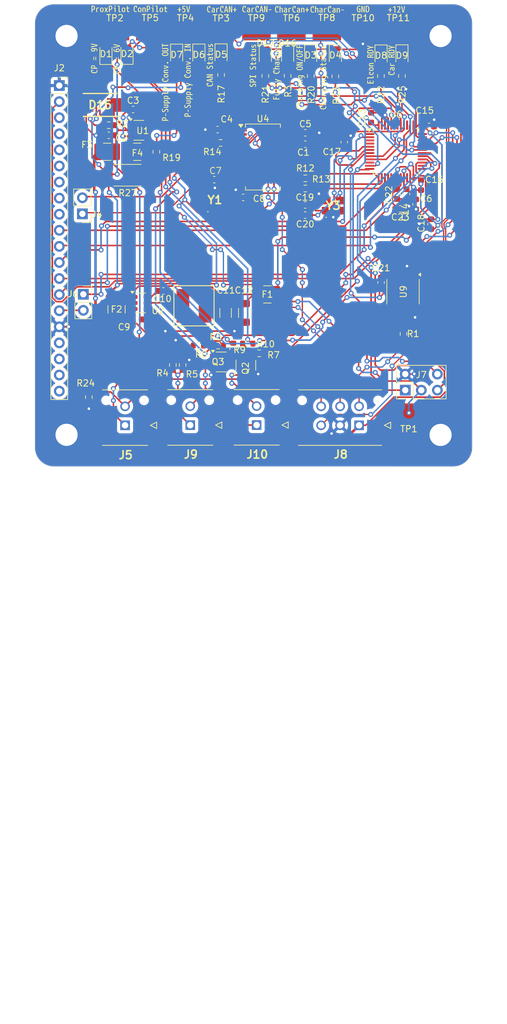
<source format=kicad_pcb>
(kicad_pcb (version 20241229) (generator "pcbnew") (generator_version "9.0")
  (layers (0 "F.Cu" signal) (2 "B.Cu" signal) (13 "F.Paste" user) (15 "B.Paste" user) (5 "F.SilkS" user "F.Silkscreen") (7 "B.SilkS" user "B.Silkscreen") (1 "F.Mask" user) (3 "B.Mask" user) (25 "Edge.Cuts" user))
  (net 0 "")
  (net 1 "GND")
  (net 2 "+5V")
  (net 3 "Net-(D15-K)")
  (net 4 "Net-(U1-OUT)")
  (net 5 "+3.3V")
  (net 6 "Net-(U4-OSC2)")
  (net 7 "Net-(U4-OSC1)")
  (net 8 "Net-(U2-SW)")
  (net 9 "Net-(U2-BST)")
  (net 10 "Net-(U2-FB)")
  (net 11 "/NRST")
  (net 12 "Net-(U6-(EVENTOUT{slash}SPI2_SCK{slash}I2S2_CK{slash}GPIO_EXTI1)PF1-OSC_OUT)")
  (net 13 "Net-(U6-(EVENTOUT{slash}TIM1_CH3N{slash}SPI2_NSS{slash}I2S2_WS{slash}I2C2_SDA{slash}GPIO_EXTI0)PF0-OSC_IN)")
  (net 14 "Net-(U6-VREF+)")
  (net 15 "Net-(D1-K)")
  (net 16 "Net-(D2-K)")
  (net 17 "Net-(D3-A)")
  (net 18 "Net-(D4-A)")
  (net 19 "Net-(D5-A)")
  (net 20 "Net-(D6-A)")
  (net 21 "Net-(D7-A)")
  (net 22 "Net-(D8-A)")
  (net 23 "Net-(D9-A)")
  (net 24 "Net-(D16-A)")
  (net 25 "Net-(D17-A)")
  (net 26 "+12V")
  (net 27 "Net-(F4-Pad2)")
  (net 28 "/LCD_BLK")
  (net 32 "/SPI_MISO")
  (net 36 "/LCD_CS")
  (net 39 "/SPI_SCK")
  (net 42 "/LCD_RST")
  (net 43 "Net-(J2-Pin_15)")
  (net 45 "/SPI_MOSI")
  (net 46 "/CHARGER_CAN_+")
  (net 47 "Net-(J4-Pin_2)")
  (net 48 "/Charging_ON{slash}OFF_Status")
  (net 49 "/SWDIO")
  (net 50 "/SWCLK")
  (net 51 "/CAR_CAN_-")
  (net 52 "/CHARGER_CAN_-")
  (net 53 "/CAR_CAN_+")
  (net 54 "/proximity_pilot")
  (net 55 "/control_pilot")
  (net 56 "Net-(Q2-G)")
  (net 57 "Net-(Q2-D)")
  (net 58 "Net-(Q3-D)")
  (net 59 "/Fully_Charged_Status")
  (net 60 "/EVSE PWM")
  (net 61 "/MISO_CAN")
  (net 62 "Net-(U4-SO)")
  (net 63 "/MOSI_CAN")
  (net 64 "Net-(U4-SI)")
  (net 65 "/CAN_Status")
  (net 66 "/SPI_Status")
  (net 67 "Net-(U6-(EVENTOUT{slash}TIM2_ETR{slash}TIM8_ETR{slash}TIM8_BKIN{slash}COMP1_OUT{slash}USART2_NSS{slash}USART2_CTS{slash}TIM2_CH1{slash}ADC2_IN1{slash}ADC1_IN1{slash}GPIO_EXTI0)PA0*)")
  (net 68 "/Charging_Status")
  (net 69 "Net-(U6-(EVENTOUT{slash}TIM15_CH1N{slash}USART2_DE{slash}USART2_RTS{slash}TIM2_CH2{slash}RTC_REFIN{slash}ADC2_IN2{slash}ADC1_IN2{slash}GPIO_EXTI1)PA1*)")
  (net 73 "Net-(U4-RXD)")
  (net 74 "/CHARGER_RESET")
  (net 77 "/CHARGER_CS")
  (net 81 "Net-(U4-TXD)")
  (net 82 "/SCK_CAN")
  (net 86 "/CHARGER_STBY")
  (net 98 "/CAN_TX")
  (net 100 "/CAN_RX")
  (net 102 "Net-(U2-EN)")
  (footprint "OEM:H_MountingHole" (layer "F.Cu") (at 101.25 120.484)
    (property "Reference" "H3" (hide yes))
    (property "Value" "H_MountingHole" (hide yes))
  )
  (footprint "kibuzzard-697E940C" (layer "F.Cu") (at 108.19 53.22)
    (property "Reference" "kibuzzard-697E940C" (hide yes))
    (property "Value" "G***" (hide yes))
  )
  (footprint "OEM:C_0603_1608Metric" (layer "F.Cu") (at 158.875 87.225 90)
    (property "Reference" "C18")
    (property "Value" "C_4.7uF")
  )
  (footprint "kibuzzard-697E8F2E" (layer "F.Cu") (at 130.71 62.21 90)
    (property "Reference" "kibuzzard-697E8F2E" (hide yes))
    (property "Value" "G***" (hide yes))
  )
  (footprint "OEM:D_0805_2012Metric" (layer "F.Cu") (at 154.275 60.5875 -90)
    (property "Reference" "D9")
    (property "Value" "LED")
  )
  (footprint "OEM:J_Molex_Header_02x03_VT - 43045-06YY_121314" (layer "F.Cu") (at 147.5 119)
    (property "Reference" "J8")
    (property "Value" "J_Molex_Header_02x03_VT" (hide yes))
  )
  (footprint "OEM:J_Molex_Header_01x02_VT - 43045-02YY_121314" (layer "F.Cu") (at 120.80325 118.975)
    (property "Reference" "J9")
    (property "Value" "J_Molex_Header_01x02_VT" (hide yes))
  )
  (footprint "OEM:J_Molex_Header_01x02_VT - 43045-02YY_121314" (layer "F.Cu") (at 131.3 118.96)
    (property "Reference" "J10")
    (property "Value" "J_Molex_Header_01x02_VT" (hide yes))
  )
  (footprint "OEM:R_0603_1608Metric" (layer "F.Cu") (at 143.75 63.875 90)
    (property "Reference" "R23")
    (property "Value" "R_1k")
  )
  (footprint "kibuzzard-697E8F4D" (layer "F.Cu") (at 134.56 63.19 90)
    (property "Reference" "kibuzzard-697E8F4D" (hide yes))
    (property "Value" "G***" (hide yes))
  )
  (footprint "OEM:R_0603_1608Metric" (layer "F.Cu") (at 107.925 71.6 180)
    (property "Reference" "R2")
    (property "Value" "R_1k")
  )
  (footprint "OEM:Fuse_1210_3225Metric" (layer "F.Cu") (at 112.425 75.8)
    (property "Reference" "F4")
    (property "Value" "F_500mA_16V")
  )
  (footprint "OEM:R_0603_1608Metric" (layer "F.Cu") (at 136.2 63.8 90)
    (property "Reference" "R3")
    (property "Value" "R_1k")
  )
  (footprint "OEM:Fuse_1210_3225Metric" (layer "F.Cu") (at 132.9974 98.325)
    (property "Reference" "F1")
    (property "Value" "F_500mA_16V")
  )
  (footprint "OEM:C_0603_1608Metric" (layer "F.Cu") (at 156.5 84.1 -90)
    (property "Reference" "C6")
    (property "Value" "C_10nF")
  )
  (footprint "OEM:R_0603_1608Metric" (layer "F.Cu") (at 104.775 114.55 -90)
    (property "Reference" "R24")
    (property "Value" "R_1k")
  )
  (footprint "OEM:SOT-23-6" (layer "F.Cu") (at 112.95 99.675)
    (property "Reference" "U2")
    (property "Value" "AP63203WU-7")
  )
  (footprint "OEM:C_0603_1608Metric" (layer "F.Cu") (at 129.175 83)
    (property "Reference" "C8")
    (property "Value" "C_30pF_50V")
  )
  (footprint "Connector_PinSocket_2.54mm:PinSocket_1x02_P2.54mm_Vertical" (layer "F.Cu") (at 103.9 98.3)
    (property "Reference" "J6")
    (property "Value" "Conn_01x02_Socket")
  )
  (footprint "kibuzzard-697E9291" (layer "F.Cu") (at 152.62 61.33 90)
    (property "Reference" "kibuzzard-697E9291" (hide yes))
    (property "Value" "G***" (hide yes))
  )
  (footprint "OEM:LQFP-48_7x7mm_P0.5mm" (layer "F.Cu") (at 153.3375 75.75)
    (property "Reference" "U6")
    (property "Value" "STM32G441CBT6")
  )
  (footprint "OEM:C_0603_1608Metric" (layer "F.Cu") (at 112.35 102.275)
    (property "Reference" "C9")
    (property "Value" "C_10uF_10V")
  )
  (footprint "OEM:R_0603_1608Metric" (layer "F.Cu") (at 125.225 106.4)
    (property "Reference" "R6")
    (property "Value" "R_1.91k")
  )
  (footprint "OEM:C_0603_1608Metric" (layer "F.Cu") (at 125.125 72.3 180)
    (property "Reference" "C4")
    (property "Value" "C_0.1uF")
  )
  (footprint "kibuzzard-697E8CB4" (layer "F.Cu") (at 116.98 64.81 90)
    (property "Reference" "kibuzzard-697E8CB4" (hide yes))
    (property "Value" "G***" (hide yes))
  )
  (footprint "Resistor_SMD:R_0603_1608Metric" (layer "F.Cu") (at 139 80 180)
    (property "Reference" "R12")
    (property "Value" "R_500")
  )
  (footprint "OEM:R_0603_1608Metric" (layer "F.Cu") (at 122.1 106.4 180)
    (property "Reference" "R8")
    (property "Value" "R_1k")
  )
  (footprint "OEM:D_0805_2012Metric" (layer "F.Cu") (at 125.675 60.4375 -90)
    (property "Reference" "D5")
    (property "Value" "CAN Status")
  )
  (footprint "OEM:C_0603_1608Metric" (layer "F.Cu") (at 154 84.825)
    (property "Reference" "C23")
    (property "Value" "C_0.1uF_50V")
  )
  (footprint "Connector_PinHeader_2.54mm:PinHeader_1x02_P2.54mm_Vertical" (layer "F.Cu") (at 103.75 85.6 180)
    (property "Reference" "J4")
    (property "Value" "CONN_01x02")
  )
  (footprint "OEM:TP_Hook_SMD" (layer "F.Cu") (at 108.9 56.7)
    (property "Reference" "TP2")
    (property "Value" "TP")
  )
  (footprint "OEM:C_0603_1608Metric" (layer "F.Cu") (at 149.4 70.4 90)
    (property "Reference" "C13")
    (property "Value" "C_0.1uF")
  )
  (footprint "OEM:D_Zener_18V_5W_DO214AA - DIOM5336X262N" (layer "F.Cu") (at 106.55 68.4 180)
    (property "Reference" "D15")
    (property "Value" "D_Zener_18V_5W" (hide yes))
  )
  (footprint "kibuzzard-697E8C4A" (layer "F.Cu") (at 123.89 62.12 90)
    (property "Reference" "kibuzzard-697E8C4A" (hide yes))
    (property "Value" "G***" (hide yes))
  )
  (footprint "OEM:SOIC-8_3.9x4.9mm_P1.27mm" (layer "F.Cu") (at 154.45 97.9 -90)
    (property "Reference" "U9")
    (property "Value" "MCP2561-E_SN")
  )
  (footprint "OEM:R_2512_6332Metric" (layer "F.Cu") (at 110.875 79.5)
    (property "Reference" "R27")
    (property "Value" "R_0")
  )
  (footprint "OEM:R_0603_1608Metric" (layer "F.Cu") (at 131.7 107.625)
    (property "Reference" "R7")
    (property "Value" "R_1.43k")
  )
  (footprint "OEM:D_0805_2012Metric" (layer "F.Cu") (at 107.475 60.325 90)
    (property "Reference" "D1")
    (property "Value" "WHITE")
  )
  (footprint "kibuzzard-697E8F0F" (layer "F.Cu") (at 138.23 64 90)
    (property "Reference" "kibuzzard-697E8F0F" (hide yes))
    (property "Value" "G***" (hide yes))
  )
  (footprint "OEM:R_0603_1608Metric" (layer "F.Cu") (at 129.9 106.1 180)
    (property "Reference" "R10")
    (property "Value" "R_330")
  )
  (footprint "OEM:R_0603_1608Metric" (layer "F.Cu") (at 154.525 104.55 -90)
    (property "Reference" "R1")
    (property "Value" "R_120")
  )
  (footprint "OEM:C_0603_1608Metric" (layer "F.Cu") (at 153.5 82.475 -90)
    (property "Reference" "C22")
    (property "Value" "C_1uF_50V")
  )
  (footprint "OEM:H_MountingHole" (layer "F.Cu") (at 160.385954 120.50368)
    (property "Reference" "H2" (hide yes))
    (property "Value" "H_MountingHole" (hide yes))
  )
  (footprint "kibuzzard-697E93AD" (layer "F.Cu") (at 136.89 53.28)
    (property "Reference" "kibuzzard-697E93AD" (hide yes))
    (property "Value" "G***" (hide yes))
  )
  (footprint "OEM:TP_Hook_SMD" (layer "F.Cu") (at 125.7 56.7)
    (property "Reference" "TP3")
    (property "Value" "TP_SMD")
  )
  (footprint "OEM:R_0603_1608Metric" (layer "F.Cu") (at 150.95 63.825 -90)
    (property "Reference" "R22")
    (property "Value" "R_1k")
  )
  (footprint "OEM:C_0603_1608Metric" (layer "F.Cu") (at 139 74.6)
    (property "Reference" "C1")
    (property "Value" "C_0.1uF")
  )
  (footprint "OEM:FA238160000MBC0 (X_16MHz_18pF_SMD - FA-238_16.0000MB-C0)" (layer "F.Cu") (at 143.4 84.3)
    (property "Reference" "Y3")
    (property "Value" "X_16MHz_18pF" (hide yes))
  )
  (footprint "OEM:R_0603_1608Metric" (layer "F.Cu") (at 125.675 63.6625 90)
    (property "Reference" "R17")
    (property "Value" "R_1k")
  )
  (footprint "kibuzzard-697E9252" (layer "F.Cu") (at 109.17 61.13 90)
    (property "Reference" "kibuzzard-697E9252" (hide yes))
    (property "Value" "G***" (hide yes))
  )
  (footprint "OEM:R_0603_1608Metric" (layer "F.Cu") (at 119.6 109.475 90)
    (property "Reference" "R5")
    (property "Value" "R_2.2k")
  )
  (footprint "OEM:TP_Hook_SMD" (layer "F.Cu") (at 120.1 56.7)
    (property "Reference" "TP4")
    (property "Value" "TP")
  )
  (footprint "OEM:TP_Hook_SMD" (layer "F.Cu") (at 153.7 56.7)
    (property "Reference" "TP11")
    (property "Value" "TP")
  )
  (footprint "OEM:TP_Hook_SMD" (layer "F.Cu") (at 114.5 56.7)
    (property "Reference" "TP5")
    (property "Value" "TP_SMD")
  )
  (footprint "OEM:C_0603_1608Metric" (layer "F.Cu") (at 145.15 74.275 90)
    (property "Reference" "C17")
    (property "Value" "C_0.1uF")
  )
  (footprint "OEM:Fuse_1210_3225Metric" (layer "F.Cu") (at 107.675 75.8)
    (property "Reference" "F3")
    (property "Value" "F_500mA_16V")
  )
  (footprint "kibuzzard-697E93BE" (layer "F.Cu") (at 131.34 53.26)
    (property "Reference" "kibuzzard-697E93BE" (hide yes))
    (property "Value" "G***" (hide yes))
  )
  (footprint "kibuzzard-697E8D62" (layer "F.Cu") (at 120.53 64.52 90)
    (property "Reference" "kibuzzard-697E8D62" (hide yes))
    (property "Value" "G***" (hide yes))
  )
  (footprint "Resistor_SMD:R_0603_1608Metric" (layer "F.Cu") (at 139 81.6 180)
    (property "Reference" "R13")
    (property "Value" "R_500")
  )
  (footprint "OEM:C_1206_3216Metric" (layer "F.Cu") (at 129.35 101.25 -90)
    (property "Reference" "C12")
    (property "Value" "C_22uF_25V")
  )
  (footprint "OEM:C_0603_1608Metric" (layer "F.Cu") (at 107.925 73.2 180)
    (property "Reference" "C2")
    (property "Value" "C_1uF")
  )
  (footprint "OEM:R_0603_1608Metric" (layer "F.Cu") (at 118.05 109.475 -90)
    (property "Reference" "R4")
    (property "Value" "R_330")
  )
  (footprint "Resistor_SMD:R_0603_1608Metric" (layer "F.Cu") (at 125.6 74.4)
    (property "Reference" "R14")
    (property "Value" "R_120")
  )
  (footprint "OEM:C_0603_1608Metric" (layer "F.Cu") (at 139 72.8 180)
    (property "Reference" "C5")
    (property "Value" "C_0.1uF")
  )
  (footprint "OEM:TP_Hook_SMD" (layer "F.Cu") (at 136.8 56.7)
    (property "Reference" "TP6")
    (property "Value" "TP_SMD")
  )
  (footprint "OEM:D_0805_2012Metric" (layer "F.Cu") (at 136.2 60.525 -90)
    (property "Reference" "D16")
    (property "Value" "Fully Charged Status")
  )
  (footprint "OEM:SOT-23-3" (layer "F.Cu") (at 129.6 109.5 90)
    (property "Reference" "Q2")
    (property "Value" "SSM3K333R,LF")
  )
  (footprint "OEM:C_0603_1608Metric" (layer "F.Cu") (at 111.775 69.125)
    (property "Reference" "C3")
    (property "Value" "C_1uF")
  )
  (footprint "kibuzzard-697E942B" (layer "F.Cu") (at 119.8 53.27)
    (property "Reference" "kibuzzard-697E942B" (hide yes))
    (property "Value" "G***" (hide yes))
  )
  (footprint "OEM:Fuse_1210_3225Metric" (layer "F.Cu") (at 109.15 100.675 90)
    (property "Reference" "F2")
    (property "Value" "F_500mA_16V")
  )
  (footprint "kibuzzard-697E9365" (layer "F.Cu") (at 148.13 53.26)
    (property "Reference" "kibuzzard-697E9365" (hide yes))
    (property "Value" "G***" (hide yes))
  )
  (footprint "kibuzzard-697E8BFB" (layer "F.Cu") (at 141.94 64.04 90)
    (property "Reference" "kibuzzard-697E8BFB" (hide yes))
    (property "Value" "G***" (hide yes))
  )
  (footprint "OEM:C_0603_1608Metric" (layer "F.Cu") (at 124.6 80.2 180)
    (property "Reference" "C7")
    (property "Value" "C_30pF_50V")
  )
  (footprint "kibuzzard-697E924A" (layer "F.Cu") (at 105.62 61.04 90)
    (property "Reference" "kibuzzard-697E924A" (hide yes))
    (property "Value" "G***" (hide yes))
  )
  (footprint "OEM:FA238160000MBC0 (X_16MHz_18pF_SMD - FA-238_16.0000MB-C0)" (layer "F.Cu") (at 124.7 83.4)
    (property "Reference" "Y1")
    (property "Value" "X_16MHz_18pF" (hide yes))
  )
  (footprint "OEM:D_0805_2012Metric" (layer "F.Cu") (at 143.75 60.5625 -90)
    (property "Reference" "D4")
    (property "Value" "Charging Status")
  )
  (footprint "OEM:C_0603_1608Metric" (layer "F.Cu") (at 157.3 81.075 -90)
    (property "Reference" "C16")
    (property "Value" "C_0.1uF")
  )
  (footprint "kibuzzard-697E93CD" (layer "F.Cu") (at 125.81 53.28)
    (property "Reference" "kibuzzard-697E93CD" (hide yes))
    (property "Value" "G***" (hide yes))
  )
  (footprint "OEM:R_0603_1608Metric" (layer "F.Cu") (at 139.86 63.8375 90)
    (property "Reference" "R20")
    (property "Value" "R_1k")
  )
  (footprint "OEM:C_0603_1608Metric" (layer "F.Cu") (at 138.975 84.2 180)
    (property "Reference" "C19")
    (property "Value" "C_30pF")
  )
  (footprint "OEM:H_MountingHole" (layer "F.Cu") (at 160.386334 57.5)
    (property "Reference" "H4" (hide yes))
    (property "Value" "H_MountingHole" (hide yes))
  )
  (footprint "kibuzzard-697E9418" (layer "F.Cu") (at 114.51 53.22)
    (property "Reference" "kibuzzard-697E9418" (hide yes))
    (property "Value" "G***" (hide yes))
  )
  (footprint "OEM:D_0805_2012Metric" (layer "F.Cu") (at 110.8 60.3 90)
    (property "Reference" "D2")
    (property "Value" "WHITE")
  )
  (footprint "OEM:J_Molex_Header_01x02_VT - 43045-02YY_121314" (layer "F.Cu") (at 110.5 119)
    (property "Reference" "J5")
    (property "Value" "J_Molex_Header_01x02_VT" (hide yes))
  )
  (footprint "OEM:R_0603_1608Metric" (layer "F.Cu") (at 115.45 75.8 90)
    (property "Reference" "R19")
    (property "Value" "R_1k")
  )
  (footprint "OEM:J_Programming_Pin_Header_Keyed" (layer "F.Cu") (at 154.8 113.45 90)
    (property "Reference" "J7")
    (property "Value" "J_Programming_Pin_Header")
  )
  (footprint "OEM:TP_Hook_SMD" (layer "F.Cu") (at 142.4 56.7)
    (property "Reference" "TP8")
    (property "Value" "TP_SMD")
  )
  (footprint "OEM:C_0603_1608Metric" (layer "F.Cu") (at 138.975 85.8 180)
    (property "Reference" "C20")
    (property "Value" "C_30pF")
  )
  (footprint "OEM:TP_Hook_SMD" (layer "F.Cu") (at 155.38 117.04)
    (property "Reference" "TP1")
    (property "Value" "TP_SMD")
  )
  (footprint "kibuzzard-697E935D" (layer "F.Cu") (at 153.45 53.3)
    (property "Reference" "kibuzzard-697E935D" (hide yes))
    (property "Value" "G***" (hide yes))
  )
  (footprint "OEM:C_0603_1608Metric" (layer "F.Cu") (at 155 82.475 -90)
    (property "Reference" "C14")
    (property "Value" "C_1uF")
  )
  (footprint "OEM:H_MountingHole" (layer "F.Cu") (at 101.25 57.484)
    (property "Reference" "H1" (hide yes))
    (property "Value" "H_MountingHole" (hide yes))
  )
  (footprint "OEM:C_0603_1608Metric" (layer "F.Cu") (at 158.575 71.8)
    (property "Reference" "C15")
    (property "Value" "C_0.1uF")
  )
  (footprint "OEM:C_0603_1608Metric" (layer "F.Cu") (at 116.55 97.775)
    (property "Reference" "C10")
    (property "Value" "C_0.1uF_50V")
  )
  (footprint "OEM:C_0603_1608Metric" (layer "F.Cu") (at 150.975 96.45 90)
    (property "Reference" "C21")
    (property "Value" "C_0.1uF")
  )
  (footprint "OEM:D_0805_2012Metric" (layer "F.Cu") (at 139.85 60.575 -90)
    (property "Reference" "D3")
    (property "Value" "on/off")
  )
  (footprint "OEM:TP_Hook_SMD" (layer "F.Cu") (at 131.275 56.7)
    (property "Reference" "TP9")
    (property "Value" "TP_SMD")
  )
  (footprint "OEM:D_0805_2012Metric" (layer "F.Cu") (at 150.975 60.6125 -90)
    (property "Reference" "D8")
    (property "Value" "LED")
  )
  (footprint "OEM:TP_Hook_SMD" (layer "F.Cu") (at 148.1 56.7)
    (property "Reference" "TP10")
    (property "Value" "Test_Point_SMD")
  )
  (footprint "OEM:SOT-23-5" (layer "F.Cu") (at 112.675 72.4)
    (property "Reference" "U1")
    (property "Value" "TLV70450DBVR")
  )
  (footprint "Package_SO:SSOP-28_5.3x10.2mm_P0.65mm" (layer "F.Cu") (at 132.3 76.625)
    (property "Reference" "U4")
    (property "Value" "~")
  )
  (footprint "OEM:D_0805_2012Metric" (layer "F.Cu") (at 118.65 60.475 -90)
    (property "Reference" "D7")
    (property "Value" "LED")
  )
  (footprint "OEM:R_0603_1608Metric" (layer "F.Cu") (at 154.275 63.825 -90)
    (property "Reference" "R25")
    (property "Value" "R_1k")
  )
  (footprint "Connector_PinSocket_2.54mm:PinSocket_1x20_P2.54mm_Vertical" (layer "F.Cu") (at 100.1 65.34)
    (property "Reference" "J2")
    (property "Value" "Conn_01x20_Socket")
  )
  (footprint "OEM:C_1206_3216Metric" (layer "F.Cu") (at 126.3974 101.25 -90)
    (property "Reference" "C11")
    (property "Value" "C_22uF_25V")
  )
  (footprint "OEM:IND_BOURNS_SRR5018 (L_3.9uH_2A_55m_SMD)" (layer "F.Cu") (at 121.3974 100.125)
    (property "Reference" "L1" (hide yes))
    (property "Value" "L_3.9uH_2A")
  )
  (footprint "kibuzzard-697E927F" (layer "F.Cu") (at 149.29 62.01 90)
    (property "Reference" "kibuzzard-697E927F" (hide yes))
    (property "Value" "G***" (hide yes))
  )
  (footprint "OEM:R_0603_1608Metric" (layer "F.Cu") (at 127.6 106.85 -90)
    (property "Reference" "R9")
    (property "Value" "R_330")
  )
  (footprint "OEM:R_0603_1608Metric" (layer "F.Cu") (at 132.675 63.8125 90)
    (property "Reference" "R21")
    (property "Value" "R_1k")
  )
  (footprint "kibuzzard-697E939F" (layer "F.Cu") (at 142.46 53.3)
    (property "Reference" "kibuzzard-697E939F" (hide yes))
    (property "Value" "G***" (hide yes))
  )
  (footprint "OEM:D_0805_2012Metric" (layer "F.Cu") (at 122.17 60.4675 -90)
    (property "Reference" "D6")
    (property "Value" "LED")
  )
  (footprint "OEM:SOT-23-3" (layer "F.Cu") (at 125.7 108.9875)
    (property "Reference" "Q3")
    (property "Value" "SSM3K333R,LF")
  )
  (footprint "OEM:D_0805_2012Metric" (layer "F.Cu") (at 132.675 60.5375 -90)
    (property "Reference" "D17")
    (property "Value" "SPI Status")
  )
  (gr_arc (start 99.25 125.5) (mid 97.12868 124.62132) (end 96.25 122.5) (stroke (width 0.05)) (layer "Edge.Cuts"))
  (gr_line (start 96.25 122.5) (end 96.25 55.5) (stroke (width 0.05)) (layer "Edge.Cuts"))
  (gr_arc (start 165.385954 122.50368) (mid 164.507274 124.625) (end 162.385954 125.50368) (stroke (width 0.05)) (layer "Edge.Cuts"))
  (gr_line (start 162.385954 125.50368) (end 99.25 125.5) (stroke (width 0.05)) (layer "Edge.Cuts"))
  (gr_arc (start 96.25 55.5) (mid 97.12868 53.37868) (end 99.25 52.5) (stroke (width 0.05)) (layer "Edge.Cuts"))
  (gr_arc (start 162.386334 52.5) (mid 164.507654 53.37868) (end 165.386334 55.5) (stroke (width 0.05)) (layer "Edge.Cuts"))
  (gr_line (start 99.25 52.5) (end 162.386334 52.5) (stroke (width 0.05)) (layer "Edge.Cuts"))
  (gr_line (start 165.385954 55.50368) (end 165.385954 122.50368) (stroke (width 0.05)) (layer "Edge.Cuts"))
  (segment (start 155.085 95.425) (end 155.085 93.86) (width 0.25) (layer "F.Cu") (net 1))
  (segment (start 139.85 59.6375) (end 136.25 59.6375) (width 0.25) (layer "F.Cu") (net 1))
  (segment (start 100.1 103.44) (end 101.585 103.44) (width 0.25) (layer "F.Cu") (net 1))
  (segment (start 156.5095 71.933272) (end 157.717772 70.725) (width 0.25) (layer "F.Cu") (net 1))
  (segment (start 125.7 84.2) (end 124.7 83.2) (width 0.25) (layer "F.Cu") (net 1))
  (segment (start 156.19 110.91) (end 156.225 110.875) (width 0.25) (layer "F.Cu") (net 1))
  (segment (start 156.5095 71.933272) (end 156.5095 67.4825) (width 0.25) (layer "F.Cu") (net 1))
  (segment (start 142.3 83.5) (end 142.225 83.5) (width 0.25) (layer "F.Cu") (net 1))
  (segment (start 120.625 108.65) (end 120.65 108.675) (width 0.25) (layer "F.Cu") (net 1))
  (segment (start 128.8 78.25) (end 127.850001 78.25) (width 0.25) (layer "F.Cu") (net 1))
  (segment (start 116.7648 104.125) (end 116.875 104.125) (width 0.25) (layer "F.Cu") (net 1))
  (segment (start 114.0875 100.625) (end 114.0875 101.4477) (width 0.25) (layer "F.Cu") (net 1))
  (segment (start 122.9 72.3) (end 124.35 72.3) (width 0.25) (layer "F.Cu") (net 1))
  (segment (start 123.2 72.3) (end 122.9 72.3) (width 0.25) (layer "F.Cu") (net 1))
  (segment (start 132.675 59.6) (end 125.775 59.6) (width 0.25) (layer "F.Cu") (net 1))
  (segment (start 155.5875 80.8875) (end 155.5875 79.9125) (width 0.25) (layer "F.Cu") (net 1))
  (segment (start 153.623 65.8) (end 153.623 68.277) (width 0.25) (layer "F.Cu") (net 1))
  (segment (start 143.75 59.625) (end 147.225 59.625) (width 0.25) (layer "F.Cu") (net 1))
  (segment (start 158.875 86.45) (end 159.925 86.45) (width 0.25) (layer "F.Cu") (net 1))
  (segment (start 151.0875 70.5125) (end 151.6 70) (width 0.25) (layer "F.Cu") (net 1))
  (segment (start 157.717772 70.725) (end 159.375 70.725) (width 0.25) (layer "F.Cu") (net 1))
  (segment (start 138.2 84.2) (end 139.975 82.425) (width 0.25) (layer "F.Cu") (net 1))
  (segment (start 139.775 74.225) (end 141.2 72.8) (width 0.25) (layer "F.Cu") (net 1))
  (segment (start 139.8625 59.625) (end 139.85 59.6375) (width 0.25) (layer "F.Cu") (net 1))
  (segment (start 121.275 106.4) (end 121.275 108.05) (width 0.25) (layer "F.Cu") (net 1))
  (segment (start 125.8 84.2) (end 125.7 84.2) (width 0.25) (layer "F.Cu") (net 1))
  (segment (start 129.35 102.725) (end 129.1974 102.725) (width 0.25) (layer "F.Cu") (net 1))
  (segment (start 143.15 120.3) (end 143.2 120.3) (width 0.25) (layer "F.Cu") (net 1))
  (segment (start 143.2 120.3) (end 144.5 119) (width 0.25) (layer "F.Cu") (net 1))
  (segment (start 156.5 84.875) (end 155.875 84.875) (width 0.25) (layer "F.Cu") (net 1))
  (segment (start 114.0875 101.4477) (end 115.2811 102.6413) (width 0.25) (layer "F.Cu") (net 1))
  (segment (start 156.5095 73.246999) (end 156.5095 71.933272) (width 0.25) (layer "F.Cu") (net 1))
  (segment (start 152.0875 70.4875) (end 151.6 70) (width 0.25) (layer "F.Cu") (net 1))
  (segment (start 112.55 69.125) (end 112.4 69.125) (width 0.25) (layer "F.Cu") (net 1))
  (segment (start 130.55 110.6375) (end 131.2875 110.6375) (width 0.25) (layer "F.Cu") (net 1))
  (segment (start 116.875 104.125) (end 127.7974 104.125) (width 0.25) (layer "F.Cu") (net 1))
  (segment (start 155 83.25) (end 155 84) (width 0.25) (layer "F.Cu") (net 1))
  (segment (start 107.15 73.2) (end 105.925 73.2) (width 0.25) (layer "F.Cu") (net 1))
  (segment (start 127.597 81.397) (end 128 81.8) (width 0.25) (layer "F.Cu") (net 1))
  (segment (start 154.8 110.91) (end 156.19 110.91) (width 0.25) (layer "F.Cu") (net 1))
  (segment (start 154.275 59.65) (end 151 59.65) (width 0.25) (layer "F.Cu") (net 1))
  (segment (start 101.29 65.34) (end 104.35 68.4) (width 0.25) (layer "F.Cu") (net 1))
  (segment (start 139.775 74.6) (end 139.775 74.225) (width 0.25) (layer "F.Cu") (net 1))
  (segment (start 159.35 71.8) (end 159.35 70.75) (width 0.25) (layer "F.Cu") (net 1))
  (segment (start 124.127002 110.372998) (end 124.5625 109.9375) (width 0.25) (layer "F.Cu") (net 1))
  (segment (start 121.275 106.4) (end 119.348 106.4) (width 0.25) (layer "F.Cu") (net 1))
  (segment (start 156.762501 73.5) (end 156.5095 73.246999) (width 0.25) (layer "F.Cu") (net 1))
  (segment (start 125.775 59.6) (end 125.675 59.5) (width 0.25) (layer "F.Cu") (net 1))
  (segment (start 148.1 56.7) (end 148.1 58.75) (width 0.25) (layer "F.Cu") (net 1))
  (segment (start 154.775 84.825) (end 154.975 84.825) (width 0.25) (layer "F.Cu") (net 1))
  (segment (start 113.125 102.275) (end 113.575 102.725) (width 0.25) (layer "F.Cu") (net 1))
  (segment (start 153.5875 79.9125) (end 153.5875 78.6125) (width 0.25) (layer "F.Cu") (net 1))
  (segment (start 112.4 69.125) (end 111.125 70.4) (width 0.25) (layer "F.Cu") (net 1))
  (segment (start 144.5 85.1) (end 144.45 85.1) (width 0.25) (layer "F.Cu") (net 1))
  (segment (start 104.775 115.375) (end 104.775 116.375) (width 0.25) (layer "F.Cu") (net 1))
  (segment (start 150.975 95.675) (end 150.975 94.6) (width 0.25) (layer "F.Cu") (net 1))
  (segment (start 123.825 80.2) (end 123.825 80.625) (width 0.25) (layer "F.Cu") (net 1))
  (segment (start 149.025 59.675) (end 148.1 58.75) (width 0.25) (layer "F.Cu") (net 1))
  (segment (start 153.623 68.277) (end 153.609001 68.290999) (width 0.25) (layer "F.Cu") (net 1))
  (segment (start 156.5095 67.4825) (end 154.927 65.9) (width 0.25) (layer "F.Cu") (net 1))
  (segment (start 115.1974 102.725) (end 115.2811 102.6413) (width 0.25) (layer "F.Cu") (net 1))
  (segment (start 123.825 80.625) (end 124.7 81.5) (width 0.25) (layer "F.Cu") (net 1))
  (segment (start 136.25 59.6375) (end 136.2 59.5875) (width 0.25) (layer "F.Cu") (net 1))
  (segment (start 126.3974 102.725) (end 127.7974 104.125) (width 0.25) (layer "F.Cu") (net 1))
  (segment (start 154.03195 78.16805) (end 154.858509 78.16805) (width 0.25) (layer "F.Cu") (net 1))
  (segment (start 139.775 74.6) (end 139.8 74.6) (width 0.25) (layer "F.Cu") (net 1))
  (segment (start 104.35 68.4) (end 104.35 71.921764) (width 0.25) (layer "F.Cu") (net 1))
  (segment (start 132.525 109.925) (end 131.55 110.9) (width 0.25) (layer "F.Cu") (net 1))
  (segment (start 121.275 108.05) (end 120.65 108.675) (width 0.25) (layer "F.Cu") (net 1))
  (segment (start 111.125 71.0375) (end 111.5375 71.45) (width 0.25) (layer "F.Cu") (net 1))
  (segment (start 151.0875 71.5875) (end 151.0875 70.5125) (width 0.25) (layer "F.Cu") (net 1))
  (segment (start 155 84) (end 155.4 84.4) (width 0.25) (layer "F.Cu") (net 1))
  (segment (start 153.6 78.6) (end 154.03195 78.16805) (width 0.25) (layer "F.Cu") (net 1))
  (segment (start 139.775 72.8) (end 141.2 72.8) (width 0.25) (layer "F.Cu") (net 1))
  (segment (start 136.1125 59.5875) (end 136.1 59.6) (width 0.25) (layer "F.Cu") (net 1))
  (segment (start 151 59.65) (end 150.975 59.675) (width 0.25) (layer "F.Cu") (net 1))
  (segment (start 135.8 73.7) (end 140.3 73.7) (width 0.25) (layer "F.Cu") (net 1))
  (segment (start 154.858509 78.16805) (end 155.5875 78.897041) (width 0.25) (layer "F.Cu") (net 1))
  (segment (start 101.585 103.44) (end 101.6 103.425) (width 0.25) (layer "F.Cu") (net 1))
  (segment (start 115.2811 102.6413) (end 116.7648 104.125) (width 0.25) (layer "F.Cu") (net 1))
  (segment (start 155.5875 78.897041) (end 155.5875 79.9125) (width 0.25) (layer "F.Cu") (net 1))
  (segment (start 147.225 59.625) (end 148.1 58.75) (width 0.25) (layer "F.Cu") (net 1))
  (segment (start 118.6875 59.5) (end 118.65 59.5375) (width 0.25) (layer "F.Cu") (net 1))
  (segment (start 159.35 70.75) (end 159.375 70.725) (width 0.25) (layer "F.Cu") (net 1))
  (segment (start 128.75 81.8) (end 128 81.8) (width 0.25) (layer "F.Cu") (net 1))
  (segment (start 119.6 108.65) (end 120.625 108.65) (width 0.25) (layer "F.Cu") (net 1))
  (segment (start 154.975 84.825) (end 155.4 84.4) (width 0.25) (layer "F.Cu") (net 1))
  (segment (start 136.2 59.5875) (end 136.1125 59.5875) (width 0.25) (layer "F.Cu") (net 1))
  (segment (start 151.225 69.625) (end 151.6 70) (width 0.25) (layer "F.Cu") (net 1))
  (segment (start 123.6 82.6) (end 124.7 81.5) (width 0.25) (layer "F.Cu") (net 1))
  (segment (start 154.25 83.25) (end 155.4 84.4) (width 0.25) (layer "F.Cu") (net 1))
  (segment (start 153.5 83.25) (end 154.25 83.25) (width 0.25) (layer "F.Cu") (net 1))
  (segment (start 159.925 86.45) (end 159.95 86.475) (width 0.25) (layer "F.Cu") (net 1))
  (segment (start 100.1 65.34) (end 101.29 65.34) (width 0.25) (layer "F.Cu") (net 1))
  (segment (start 132.525 107.625) (end 132.525 109.925) (width 0.25) (layer "F.Cu") (net 1))
  (segment (start 136.1 59.6) (end 132.675 59.6) (width 0.25) (layer "F.Cu") (net 1))
  (segment (start 127.597 78.503001) (end 127.597 81.397) (width 0.25) (layer "F.Cu") (net 1))
  (segment (start 155.875 84.875) (end 155.4 84.4) (width 0.25) (layer "F.Cu") (net 1))
  (segment (start 145.15 73.5) (end 145.924 73.5) (width 0.25) (layer "F.Cu") (net 1))
  (segment (start 142.225 83.5) (end 141.15 82.425) (width 0.25) (layer "F.Cu") (net 1))
  (segment (start 157.5 73.5) (end 156.762501 73.5) (width 0.25) (layer "F.Cu") (net 1))
  (segment (start 155.085 93.86) (end 155.075 93.85) (width 0.25) (layer "F.Cu") (net 1))
  (segment (start 158.875 86.45) (end 157.748586 86.45) (width 0.25) (layer "F.Cu") (net 1))
  (segment (start 145.924 73.5) (end 146.175 73.249) (width 0.25) (layer "F.Cu") (net 1))
  (segment (start 111.125 70.4) (end 111.125 71.0375) (width 0.25) (layer "F.Cu") (net 1))
  (segment (start 140.3 73.7) (end 141.2 72.8) (width 0.25) (layer "F.Cu") (net 1))
  (segment (start 129.1974 102.725) (end 127.7974 104.125) (width 0.25) (layer "F.Cu") (net 1))
  (segment (start 139.975 82.425) (end 141.15 82.425) (width 0.25) (layer "F.Cu") (net 1))
  (segment (start 129.95 83) (end 128.75 81.8) (width 0.25) (layer "F.Cu") (net 1))
  (segment (start 124.1 82.6) (end 123.6 82.6) (width 0.25) (layer "F.Cu") (net 1))
  (segment (start 119.348 106.4) (end 118.5 105.552) (width 0.25) (layer "F.Cu") (net 1))
  (segment (start 124.127002 111.051) (end 124.127002 110.372998) (width 0.25) (layer "F.Cu") (net 1))
  (segment (start 156.1 81.4) (end 156.55 81.85) (width 0.25) (layer "F.Cu") (net 1))
  (segment (start 127.850001 78.25) (end 127.597 78.503001) (width 0.25) (layer "F.Cu") (net 1))
  (segment (start 156.355 100.375) (end 156.355 101.945) (width 0.25) (layer "F.Cu") (net 1))
  (segment (start 144.45 85.1) (end 143.425 86.125) (width 0.25) (layer "F.Cu") (net 1))
  (segment (start 157.748586 86.45) (end 157.024293 87.174293) (width 0.25) (layer "F.Cu") (net 1))
  (segment (start 150.975 59.675) (end 149.025 59.675) (width 0.25) (layer "F.Cu") (net 1))
  (segment (start 131.2875 110.6375) (end 131.55 110.9) (width 0.25) (layer "F.Cu") (net 1))
  (segment (start 149.4 69.625) (end 151.225 69.625) (width 0.25) (layer "F.Cu") (net 1))
  (segment (start 152.0875 71.5875) (end 152.0875 70.4875) (width 0.25) (layer "F.Cu") (net 1))
  (segment (start 124.7 83.2) (end 124.7 81.5) (width 0.25) (layer "F.Cu") (net 1))
  (segment (start 104.35 71.921764) (end 105.628236 73.2) (width 0.25) (layer "F.Cu") (net 1))
  (segment (start 138.2 85.8) (end 138.2 84.2) (width 0.25) (layer "F.Cu") (net 1))
  (segment (start 156.55 81.85) (end 157.3 81.85) (width 0.25) (layer "F.Cu") (net 1))
  (segment (start 156.355 101.945) (end 156.35 101.95) (width 0.25) (layer "F.Cu") (net 1))
  (segment (start 125.675 59.5) (end 118.6875 59.5) (width 0.25) (layer "F.Cu") (net 1))
  (segment (start 113.575 102.725) (end 115.1974 102.725) (width 0.25) (layer "F.Cu") (net 1))
  (segment (start 143.75 59.625) (end 139.8625 59.625) (width 0.25) (layer "F.Cu") (net 1))
  (segment (start 153.5875 78.6125) (end 153.6 78.6) (width 0.25) (layer "F.Cu") (net 1))
  (segment (start 105.628236 73.2) (end 105.925 73.2) (width 0.25) (layer "F.Cu") (net 1))
  (segment (start 156.1 81.4) (end 155.5875 80.8875) (width 0.25) (layer "F.Cu") (net 1))
  (via (at 143.15 120.3) (size 0.8) (drill 0.4) (layers "F.Cu" "B.Cu") (net 1))
  (via (at 128 81.8) (size 0.8) (drill 0.4) (layers "F.Cu" "B.Cu") (net 1))
  (via (at 116.875 104.125) (size 0.8) (drill 0.4) (layers "F.Cu" "B.Cu") (net 1))
  (via (at 104.775 116.375) (size 0.8) (drill 0.4) (layers "F.Cu" "B.Cu") (net 1))
  (via (at 118.5 105.552) (size 0.8) (drill 0.4) (layers "F.Cu" "B.Cu") (net 1))
  (via (at 101.6 103.425) (size 0.8) (drill 0.4) (layers "F.Cu" "B.Cu") (net 1))
  (via (at 159.375 70.725) (size 0.8) (drill 0.4) (layers "F.Cu" "B.Cu") (net 1))
  (via (at 105.925 73.2) (size 0.8) (drill 0.4) (layers "F.Cu" "B.Cu") (net 1))
  (via (at 155.4 84.4) (size 0.8) (drill 0.4) (layers "F.Cu" "B.Cu") (net 1))
  (via (at 153.609001 68.290999) (size 0.8) (drill 0.4) (layers "F.Cu" "B.Cu") (net 1))
  (via (at 156.225 110.875) (size 0.8) (drill 0.4) (layers "F.Cu" "B.Cu") (net 1))
  (via (at 157.024293 87.174293) (size 0.8) (drill 0.4) (layers "F.Cu" "B.Cu") (net 1))
  (via (at 150.975 94.6) (size 0.8) (drill 0.4) (layers "F.Cu" "B.Cu") (net 1))
  (via (at 120.65 108.675) (size 0.8) (drill 0.4) (layers "F.Cu" "B.Cu") (net 1))
  (via (at 153.623 65.8) (size 0.8) (drill 0.4) (layers "F.Cu" "B.Cu") (net 1))
  (via (at 159.95 86.475) (size 0.8) (drill 0.4) (layers "F.Cu" "B.Cu") (net 1))
  (via (at 124.7 81.5) (size 0.8) (drill 0.4) (layers "F.Cu" "B.Cu") (net 1))
  (via (at 111.125 70.4) (size 0.8) (drill 0.4) (layers "F.Cu" "B.Cu") (net 1))
  (via (at 151.6 70) (size 0.8) (drill 0.4) (layers "F.Cu" "B.Cu") (net 1))
  (via (at 148.1 58.75) (size 0.8) (drill 0.4) (layers "F.Cu" "B.Cu") (net 1))
  (via (at 154.927 65.9) (size 0.8) (drill 0.4) (layers "F.Cu" "B.Cu") (net 1))
  (via (at 156.1 81.4) (size 0.8) (drill 0.4) (layers "F.Cu" "B.Cu") (net 1))
  (via (at 124.127002 111.051) (size 0.8) (drill 0.4) (layers "F.Cu" "B.Cu") (net 1))
  (via (at 141.15 82.425) (size 0.8) (drill 0.4) (layers "F.Cu" "B.Cu") (net 1))
  (via (at 143.425 86.125) (size 0.8) (drill 0.4) (layers "F.Cu" "B.Cu") (net 1))
  (via (at 123.2 72.3) (size 0.8) (drill 0.4) (layers "F.Cu" "B.Cu") (net 1))
  (via (at 146.175 73.249) (size 0.8) (drill 0.4) (layers "F.Cu" "B.Cu") (net 1))
  (via (at 153.6 78.6) (size 0.8) (drill 0.4) (layers "F.Cu" "B.Cu") (net 1))
  (via (at 127.7974 104.125) (size 0.8) (drill 0.4) (layers "F.Cu" "B.Cu") (net 1))
  (via (at 141.2 72.8) (size 0.8) (drill 0.4) (layers "F.Cu" "B.Cu") (net 1))
  (via (at 131.55 110.9) (size 0.8) (drill 0.4) (layers "F.Cu" "B.Cu") (net 1))
  (via (at 156.5 84.875) (size 0.8) (drill 0.4) (layers "F.Cu" "B.Cu") (net 1))
  (via (at 155.075 93.85) (size 0.8) (drill 0.4) (layers "F.Cu" "B.Cu") (net 1))
  (via (at 156.35 101.95) (size 0.8) (drill 0.4) (layers "F.Cu" "B.Cu") (net 1))
  (segment (start 156.5 86.65) (end 156.5 84.875) (width 0.25) (layer "B.Cu") (net 1))
  (segment (start 153.723 65.9) (end 153.623 65.8) (width 0.25) (layer "B.Cu") (net 1))
  (segment (start 157.024293 87.174293) (end 156.5 86.65) (width 0.25) (layer "B.Cu") (net 1))
  (segment (start 153.609001 68.290999) (end 153.609001 70.065999) (width 0.25) (layer "B.Cu") (net 1))
  (segment (start 153.609001 70.065999) (end 152.0875 71.5875) (width 0.25) (layer "B.Cu") (net 1))
  (segment (start 118.5 105.552) (end 118.302 105.552) (width 0.25) (layer "B.Cu") (net 1))
  (segment (start 154.927 65.9) (end 153.723 65.9) (width 0.25) (layer "B.Cu") (net 1))
  (segment (start 118.302 105.552) (end 116.875 104.125) (width 0.25) (layer "B.Cu") (net 1))
  (segment (start 109.15 102.075) (end 111.476414 102.075) (width 0.25) (layer "F.Cu") (net 2))
  (segment (start 108.65 113.2) (end 109.15 112.7) (width 0.25) (layer "F.Cu") (net 2))
  (segment (start 134.052003 78.872997) (end 134.052003 72.663425) (width 0.25) (layer "F.Cu") (net 2))
  (segment (start 109.25 79.35) (end 108.0625 79.35) (width 0.25) (layer "F.Cu") (net 2))
  (segment (start 150.725 98.825) (end 150.725 97.475) (width 0.25) (layer "F.Cu") (net 2))
  (segment (start 131.919 85.431) (end 133.304144 84.045856) (width 0.25) (layer "F.Cu") (net 2))
  (segment (start 119.042499 84.357501) (end 119.042499 84.282501) (width 0.25) (layer "F.Cu") (net 2))
  (segment (start 109.15 102.075) (end 111.475 102.075) (width 0.25) (layer "F.Cu") (net 2))
  (segment (start 126 72.4) (end 125.9 72.3) (width 0.25) (layer "F.Cu") (net 2))
  (segment (start 110.8 59.3625) (end 109.25 60.9125) (width 0.25) (layer "F.Cu") (net 2))
  (segment (start 134.052003 78.872997) (end 134.675 78.25) (width 0.25) (layer "F.Cu") (net 2))
  (segment (start 124.7238 96.6238) (end 124.95 96.85) (width 0.25) (layer "F.Cu") (net 2))
  (segment (start 116.7 59.35) (end 119.35 56.7) (width 0.25) (layer "F.Cu") (net 2))
  (segment (start 110.8 59.3625) (end 110.8 59.237963) (width 0.25) (layer "F.Cu") (net 2))
  (segment (start 134.675 78.25) (end 135.8 78.25) (width 0.25) (layer "F.Cu") (net 2))
  (segment (start 128.8 72.4) (end 126 72.4) (width 0.25) (layer "F.Cu") (net 2))
  (segment (start 110.8 59.237963) (end 111.637307 58.400656) (width 0.25) (layer "F.Cu") (net 2))
  (segment (start 107.572 98.684724) (end 109.632924 96.6238) (width 0.25) (layer "F.Cu") (net 2))
  (segment (start 150.725 97.475) (end 150.975 97.225) (width 0.25) (layer "F.Cu") (net 2))
  (segment (start 134.052003 81.676) (end 134.052003 78.872997) (width 0.25) (layer "F.Cu") (net 2))
  (segment (start 109.15 102.075) (end 107.572 100.497) (width 0.25) (layer "F.Cu") (net 2))
  (segment (start 153.64 95.6) (end 153.815 95.425) (width 0.25) (layer "F.Cu") (net 2))
  (segment (start 109.632924 96.6238) (end 124.7238 96.6238) (width 0.25) (layer "F.Cu") (net 2))
  (segment (start 107.9125 82.1455) (end 107.9125 79.5) (width 0.25) (layer "F.Cu") (net 2))
  (segment (start 136.749999 73.05) (end 135.8 73.05) (width 0.25) (layer "F.Cu") (net 2))
  (segment (start 137.003 72.151012) (end 137.003 72.796999) (width 0.25) (layer "F.Cu") (net 2))
  (segment (start 106.35 77.8) (end 106.35 77.9375) (width 0.25) (layer "F.Cu") (net 2))
  (segment (start 137.547 75.278) (end 138.225 74.6) (width 0.25) (layer "F.Cu") (net 2))
  (segment (start 118.271995 79.535233) (end 125.507228 72.3) (width 0.25) (layer "F.Cu") (net 2))
  (segment (start 125.507228 72.3) (end 125.9 72.3) (width 0.25) (layer "F.Cu") (net 2))
  (segment (start 150.725 98.825) (end 153.64 95.91) (width 0.25) (layer "F.Cu") (net 2))
  (segment (start 108 82.233) (end 107.9125 82.1455) (width 0.25) (layer "F.Cu") (net 2))
  (segment (start 135.8 73.05) (end 137.975 73.05) (width 0.25) (layer "F.Cu") (net 2))
  (segment (start 141.75 102.7) (end 141.75 102.626364) (width 0.25) (layer "F.Cu") (net 2))
  (segment (start 109.25 60.9125) (end 109.25 62.025) (width 0.25) (layer "F.Cu") (net 2))
  (segment (start 107.572 100.497) (end 107.572 98.684724) (width 0.25) (layer "F.Cu") (net 2))
  (segment (start 153.64 95.91) (end 153.64 95.6) (width 0.25) (layer "F.Cu") (net 2))
  (segment (start 114.301414 104.9) (end 125.125 104.9) (width 0.25) (layer "F.Cu") (net 2))
  (segment (start 111.475 102.075) (end 118.05 108.65) (width 0.25) (layer "F.Cu") (net 2))
  (segment (start 107.572 100.497) (end 107.572 98.553) (width 0.25) (layer "F.Cu") (net 2))
  (segment (start 122.006 85.431) (end 131.919 85.431) (width 0.25) (layer "F.Cu") (net 2))
  (segment (start 107.406164 59.3875) (end 105.952229 60.841435) (width 0.25) (layer "F.Cu") (net 2))
  (segment (start 137.003 72.796999) (end 136.749999 73.05) (width 0.25) (layer "F.Cu") (net 2))
  (segment (start 119.35 56.7) (end 120.1 56.7) (width 0.25) (layer "F.Cu") (net 2))
  (segment (start 141.75 102.626364) (end 145.582692 98.793672) (width 0.25) (layer "F.Cu") (net 2))
  (segment (start 112.8 59.35) (end 116.7 59.35) (width 0.25) (layer "F.Cu") (net 2))
  (segment (start 105.952229 60.841435) (end 105.952229 70.575097) (width 0.25) (layer "F.Cu") (net 2))
  (segment (start 110.5 119) (end 108.659793 117.159793) (width 0.25) (layer "F.Cu") (net 2))
  (segment (start 134.052003 72.663425) (end 134.768428 71.947) (width 0.25) (layer "F.Cu") (net 2))
  (segment (start 136.932228 105.6) (end 136.991114 105.541114) (width 0.25) (layer "F.Cu") (net 2))
  (segment (start 106.35 77.9375) (end 107.9125 79.5) (width 0.25) (layer "F.Cu") (net 2))
  (segment (start 111.575 102.275) (end 109.35 102.275) (width 0.25) (layer "F.Cu") (net 2))
  (segment (start 137.975 73.05) (end 138.225 72.8) (width 0.25) (layer "F.Cu") (net 2))
  (segment (start 131.775 105.6) (end 136.932228 105.6) (width 0.25) (layer "F.Cu") (net 2))
  (segment (start 107.475 59.3875) (end 107.406164 59.3875) (width 0.25) (layer "F.Cu") (net 2))
  (segment (start 118.271995 79.980937) (end 118.271995 79.535233) (width 0.25) (layer "F.Cu") (net 2))
  (segment (start 109.15 112.7) (end 109.15 102.075) (width 0.25) (layer "F.Cu") (net 2))
  (segment (start 108.0625 79.35) (end 107.9125 79.5) (width 0.25) (layer "F.Cu") (net 2))
  (segment (start 137.547 77.587572) (end 137.547 75.278) (width 0.25) (layer "F.Cu") (net 2))
  (segment (start 134.768428 71.947) (end 136.798988 71.947) (width 0.25) (layer "F.Cu") (net 2))
  (segment (start 136.884572 78.25) (end 137.547 77.587572) (width 0.25) (layer "F.Cu") (net 2))
  (segment (start 107.572 98.553) (end 109.275 96.85) (width 0.25) (layer "F.Cu") (net 2))
  (segment (start 108.659793 117.159793) (end 108.659793 115.081861) (width 0.25) (layer "F.Cu") (net 2))
  (segment (start 135.8 78.25) (end 136.884572 78.25) (width 0.25) (layer "F.Cu") (net 2))
  (segment (start 109.35 102.275) (end 109.15 102.075) (width 0.25) (layer "F.Cu") (net 2))
  (segment (start 136.798988 71.947) (end 137.003 72.151012) (width 0.25) (layer "F.Cu") (net 2))
  (segment (start 119.042499 84.282501) (end 119.95 83.375) (width 0.25) (layer "F.Cu") (net 2))
  (segment (start 119.95 83.375) (end 122.006 85.431) (width 0.25) (layer "F.Cu") (net 2))
  (segment (start 111.476414 102.075) (end 114.301414 104.9) (width 0.25) (layer "F.Cu") (net 2))
  (via (at 134.052003 81.676) (size 0.8) (drill 0.4) (layers "F.Cu" "B.Cu") (net 2))
  (via (at 111.637307 58.400656) (size 0.8) (drill 0.4) (layers "F.Cu" "B.Cu") (net 2))
  (via (at 133.304144 84.045856) (size 0.8) (drill 0.4) (layers "F.Cu" "B.Cu") (net 2))
  (via (at 119.95 83.375) (size 0.8) (drill 0.4) (layers "F.Cu" "B.Cu") (net 2))
  (via (at 108.659793 115.081861) (size 0.8) (drill 0.4) (layers "F.Cu" "B.Cu") (net 2))
  (via (at 119.042499 84.357501) (size 0.8) (drill 0.4) (layers "F.Cu" "B.Cu") (net 2))
  (via (at 109.25 62.025) (size 0.8) (drill 0.4) (layers "F.Cu" "B.Cu") (net 2))
  (via (at 112.8 59.35) (size 0.8) (drill 0.4) (layers "F.Cu" "B.Cu") (net 2))
  (via (at 109.275 96.85) (size 0.8) (drill 0.4) (layers "F.Cu" "B.Cu") (net 2))
  (via (at 145.582692 98.793672) (size 0.8) (drill 0.4) (layers "F.Cu" "B.Cu") (net 2))
  (via (at 109.25 79.35) (size 0.8) (drill 0.4) (layers "F.Cu" "B.Cu") (net 2))
  (via (at 124.95 96.85) (size 0.8) (drill 0.4) (layers "F.Cu" "B.Cu") (net 2))
  (via (at 131.775 105.6) (size 0.8) (drill 0.4) (layers "F.Cu" "B.Cu") (net 2))
  (via (at 118.271995 79.980937) (size 0.8) (drill 0.4) (layers "F.Cu" "B.Cu") (net 2))
  (via (at 136.991114 105.541114) (size 0.8) (drill 0.4) (layers "F.Cu" "B.Cu") (net 2))
  (via (at 108.65 113.2) (size 0.8) (drill 0.4) (layers "F.Cu" "B.Cu") (net 2))
  (via (at 106.35 77.8) (size 0.8) (drill 0.4) (layers "F.Cu" "B.Cu") (net 2))
  (via (at 105.952229 70.575097) (size 0.8) (drill 0.4) (layers "F.Cu" "B.Cu") (net 2))
  (via (at 125.125 104.9) (size 0.8) (drill 0.4) (layers "F.Cu" "B.Cu") (net 2))
  (via (at 108 82.233) (size 0.8) (drill 0.4) (layers "F.Cu" "B.Cu") (net 2))
  (via (at 141.75 102.7) (size 0.8) (drill 0.4) (layers "F.Cu" "B.Cu") (net 2))
  (via (at 150.725 98.825) (size 0.8) (drill 0.4) (layers "F.Cu" "B.Cu") (net 2))
  (segment (start 119.95 83.375) (end 119.95 81.658942) (width 0.25) (layer "B.Cu") (net 2))
  (segment (start 145.582692 98.793672) (end 150.693672 98.793672) (width 0.25) (layer "B.Cu") (net 2))
  (segment (start 133.304144 84.045856) (end 134.052003 83.297997) (width 0.25) (layer "B.Cu") (net 2))
  (segment (start 139.782368 105.541114) (end 141.75 103.573482) (width 0.25) (layer "B.Cu") (net 2))
  (segment (start 109.25 62.025) (end 109.25 79.35) (width 0.25) (layer "B.Cu") (net 2))
  (segment (start 105.272 76.722) (end 106.35 77.8) (width 0.25) (layer "B.Cu") (net 2))
  (segment (start 124.95 96.85) (end 124.95 90.265002) (width 0.25) (layer "B.Cu") (net 2))
  (segment (start 124.95 90.265002) (end 119.042499 84.357501) (width 0.25) (layer "B.Cu") (net 2))
  (segment (start 150.693672 98.793672) (end 150.725 98.825) (width 0.25) (layer "B.Cu") (net 2))
  (segment (start 105.272 71.255326) (end 105.272 76.722) (width 0.25) (layer "B.Cu") (net 2))
  (segment (start 108.659793 113.209793) (end 108.65 113.2) (width 0.25) (layer "B.Cu") (net 2))
  (segment (start 108.659793 115.081861) (end 108.659793 113.209793) (width 0.25) (layer "B.Cu") (net 2))
  (segment (start 109.275 96.85) (end 109.275 83.508) (width 0.25) (layer "B.Cu") (net 2))
  (segment (start 136.991114 105.541114) (end 139.782368 105.541114) (width 0.25) (layer "B.Cu") (net 2))
  (segment (start 119.95 81.658942) (end 118.271995 79.980937) (width 0.25) (layer "B.Cu") (net 2))
  (segment (start 125.125 104.9) (end 126.307999 106.082999) (width 0.25) (layer "B.Cu") (net 2))
  (segment (start 111.637307 58.400656) (end 111.850656 58.400656) (width 0.25) (layer "B.Cu") (net 2))
  (segment (start 109.275 83.508) (end 108 82.233) (width 0.25) (layer "B.Cu") (net 2))
  (segment (start 111.850656 58.400656) (end 112.8 59.35) (width 0.25) (layer "B.Cu") (net 2))
  (segment (start 126.307999 106.082999) (end 131.292001 106.082999) (width 0.25) (layer "B.Cu") (net 2))
  (segment (start 131.292001 106.082999) (end 131.775 105.6) (width 0.25) (layer "B.Cu") (net 2))
  (segment (start 105.952229 70.575097) (end 105.272 71.255326) (width 0.25) (layer "B.Cu") (net 2))
  (segment (start 141.75 103.573482) (end 141.75 102.7) (width 0.25) (layer "B.Cu") (net 2))
  (segment (start 134.052003 83.297997) (end 134.052003 81.676) (width 0.25) (layer "B.Cu") (net 2))
  (segment (start 111.5375 72.4) (end 110.875001 72.4) (width 0.25) (layer "F.Cu") (net 3))
  (segment (start 109.075 75.8) (end 109.075 73.575) (width 0.25) (layer "F.Cu") (net 3))
  (segment (start 109.5 72.4) (end 111.5375 72.4) (width 0.25) (layer "F.Cu") (net 3))
  (segment (start 109.55 72.4) (end 111.5375 72.4) (width 0.25) (layer "F.Cu") (net 3))
  (segment (start 110.875001 72.4) (end 108.75 70.274999) (width 0.25) (layer "F.Cu") (net 3))
  (segment (start 108.75 70.274999) (end 108.75 68.4) (width 0.25) (layer "F.Cu") (net 3))
  (segment (start 109.075 73.575) (end 108.7 73.2) (width 0.25) (layer "F.Cu") (net 3))
  (segment (start 108.75 71.6) (end 109.55 72.4) (width 0.25) (layer "F.Cu") (net 3))
  (segment (start 108.7 73.2) (end 109.5 72.4) (width 0.25) (layer "F.Cu") (net 3))
  (segment (start 111.025 73.7125) (end 111.025 75.8) (width 0.25) (layer "F.Cu") (net 4))
  (segment (start 110.197997 69.927003) (end 111 69.125) (width 0.25) (layer "F.Cu") (net 4))
  (segment (start 111.5375 73.35) (end 111.3875 73.35) (width 0.25) (layer "F.Cu") (net 4))
  (segment (start 110.197997 70.4) (end 110.197997 69.927003) (width 0.25) (layer "F.Cu") (net 4))
  (segment (start 110.15 73.35) (end 110.125 73.325) (width 0.25) (layer "F.Cu") (net 4))
  (segment (start 111.3875 73.35) (end 111.025 73.7125) (width 0.25) (layer "F.Cu") (net 4))
  (segment (start 111.5375 73.35) (end 110.15 73.35) (width 0.25) (layer "F.Cu") (net 4))
  (via (at 110.125 73.325) (size 0.8) (drill 0.4) (layers "F.Cu" "B.Cu") (net 4))
  (via (at 110.197997 70.4) (size 0.8) (drill 0.4) (layers "F.Cu" "B.Cu") (net 4))
  (segment (start 110.125 73.325) (end 110.225 73.225) (width 0.25) (layer "B.Cu") (net 4))
  (segment (start 110.225 70.427003) (end 110.197997 70.4) (width 0.25) (layer "B.Cu") (net 4))
  (segment (start 110.225 73.225) (end 110.225 70.427003) (width 0.25) (layer "B.Cu") (net 4))
  (segment (start 155 81.825) (end 156.5 83.325) (width 0.25) (layer "F.Cu") (net 5))
  (segment (start 156.742701 88) (end 154.97 89.772701) (width 0.25) (layer "F.Cu") (net 5))
  (segment (start 155 81.7) (end 155 81.825) (width 0.25) (layer "F.Cu") (net 5))
  (segment (start 98.997 98.816878) (end 98.997 68.983) (width 0.25) (layer "F.Cu") (net 5))
  (segment (start 148.625 70.425) (end 148.65 70.425) (width 0.25) (layer "F.Cu") (net 5))
  (segment (start 100.556878 99.463) (end 99.643122 99.463) (width 0.25) (layer "F.Cu") (net 5))
  (segment (start 99.643122 99.463) (end 98.997 98.816878) (width 0.25) (layer "F.Cu") (net 5))
  (segment (start 158.875 88) (end 159.377385 88) (width 0.25) (layer "F.Cu") (net 5))
  (segment (start 154.5875 81.2875) (end 155 81.7) (width 0.25) (layer "F.Cu") (net 5))
  (segment (start 154.5875 79.9125) (end 154.5875 78.821577) (width 0.25) (layer "F.Cu") (net 5))
  (segment (start 148.65 70.425) (end 149.4 71.175) (width 0.25) (layer "F.Cu") (net 5))
  (segment (start 98.997 68.983) (end 100.1 67.88) (width 0.25) (layer "F.Cu") (net 5))
  (segment (start 154.5875 78.821577) (end 154.588027 78.82105) (width 0.25) (layer "F.Cu") (net 5))
  (segment (start 156.0875 79.9125) (end 156.9125 79.9125) (width 0.25) (layer "F.Cu") (net 5))
  (segment (start 157.264797 80.335203) (end 157.3 80.3) (width 0.25) (layer "F.Cu") (net 5))
  (segment (start 135.323 89.275) (end 134.65 89.948) (width 0.25) (layer "F.Cu") (net 5))
  (segment (start 134.3974 98.325) (end 132.2704 96.198) (width 0.25) (layer "F.Cu") (net 5))
  (segment (start 147.425 107.25) (end 142.736716 102.561716) (width 0.25) (layer "F.Cu") (net 5))
  (segment (start 137.82426 99.448355) (end 135.520755 99.448355) (width 0.25) (layer "F.Cu") (net 5))
  (segment (start 134.65 98.0724) (end 134.3974 98.325) (width 0.25) (layer "F.Cu") (net 5))
  (segment (start 108.897482 96.198) (end 107.970482 97.125) (width 0.25) (layer "F.Cu") (net 5))
  (segment (start 149.8125 71.5875) (end 149.4 71.175) (width 0.25) (layer "F.Cu") (net 5))
  (segment (start 151.415 112.013) (end 150.052 110.65) (width 0.25) (layer "F.Cu") (net 5))
  (segment (start 158.875 88) (end 156.742701 88) (width 0.25) (layer "F.Cu") (net 5))
  (segment (start 132.2704 96.198) (end 108.897482 96.198) (width 0.25) (layer "F.Cu") (net 5))
  (segment (start 157.34 113.45) (end 155.903 112.013) (width 0.25) (layer "F.Cu") (net 5))
  (segment (start 155.686034 77.713966) (end 156.0875 78.115432) (width 0.25) (layer "F.Cu") (net 5))
  (segment (start 147.425 110.025) (end 147.425 107.25) (width 0.25) (layer "F.Cu") (net 5))
  (segment (start 102.894878 97.125) (end 100.556878 99.463) (width 0.25) (layer "F.Cu") (net 5))
  (segment (start 150.5875 71.5875) (end 149.8125 71.5875) (width 0.25) (layer "F.Cu") (net 5))
  (segment (start 158.725 72.725) (end 157.8 71.8) (width 0.25) (layer "F.Cu") (net 5))
  (segment (start 159.377385 88) (end 159.97574 87.401645) (width 0.25) (layer "F.Cu") (net 5))
  (segment (start 134.65 96.472) (end 134.65 98.0724) (width 0.25) (layer "F.Cu") (net 5))
  (segment (start 135.520755 99.448355) (end 134.3974 98.325) (width 0.25) (layer "F.Cu") (net 5))
  (segment (start 156.9125 79.9125) (end 157.3 80.3) (width 0.25) (layer "F.Cu") (net 5))
  (segment (start 157.5 73) (end 157.5 72.1) (width 0.25) (layer "F.Cu") (net 5))
  (segment (start 158.725 72.825) (end 158.725 72.725) (width 0.25) (layer "F.Cu") (net 5))
  (segment (start 156.0875 78.115432) (end 156.0875 79.9125) (width 0.25) (layer "F.Cu") (net 5))
  (segment (start 107.970482 97.125) (end 102.894878 97.125) (width 0.25) (layer "F.Cu") (net 5))
  (segment (start 154.5875 79.9125) (end 154.5875 81.2875) (width 0.25) (layer "F.Cu") (net 5))
  (segment (start 155.903 112.013) (end 151.415 112.013) (width 0.25) (layer "F.Cu") (net 5))
  (segment (start 149.952 89.275) (end 135.323 89.275) (width 0.25) (layer "F.Cu") (net 5))
  (segment (start 157.264797 80.873) (end 157.264797 80.335203) (width 0.25) (layer "F.Cu") (net 5))
  (segment (start 157.5 72.1) (end 157.8 71.8) (width 0.25) (layer "F.Cu") (net 5))
  (via (at 142.736716 102.561716) (size 0.8) (drill 0.4) (layers "F.Cu" "B.Cu") (net 5))
  (via (at 148.625 70.425) (size 0.8) (drill 0.4) (layers "F.Cu" "B.Cu") (net 5))
  (via (at 134.65 96.472) (size 0.8) (drill 0.4) (layers "F.Cu" "B.Cu") (net 5))
  (via (at 159.97574 87.401645) (size 0.8) (drill 0.4) (layers "F.Cu" "B.Cu") (net 5))
  (via (at 157.264797 80.873) (size 0.8) (drill 0.4) (layers "F.Cu" "B.Cu") (net 5))
  (via (at 154.97 89.772701) (size 0.8) (drill 0.4) (layers "F.Cu" "B.Cu") (net 5))
  (via (at 134.65 89.948) (size 0.8) (drill 0.4) (layers "F.Cu" "B.Cu") (net 5))
  (via (at 137.82426 99.448355) (size 0.8) (drill 0.4) (layers "F.Cu" "B.Cu") (net 5))
  (via (at 158.725 72.825) (size 0.8) (drill 0.4) (layers "F.Cu" "B.Cu") (net 5))
  (via (at 155.38 117.04) (size 0.8) (drill 0.4) (layers "F.Cu" "B.Cu") (net 5))
  (via (at 147.425 110.025) (size 0.8) (drill 0.4) (layers "F.Cu" "B.Cu") (net 5))
  (via (at 150.052 110.65) (size 0.8) (drill 0.4) (layers "F.Cu" "B.Cu") (net 5))
  (via (at 155.686034 77.713966) (size 0.8) (drill 0.4) (layers "F.Cu" "B.Cu") (net 5))
  (via (at 149.952 89.275) (size 0.8) (drill 0.4) (layers "F.Cu" "B.Cu") (net 5))
  (via (at 154.588027 78.82105) (size 0.8) (drill 0.4) (layers "F.Cu" "B.Cu") (net 5))
  (segment (start 139.623355 99.448355) (end 137.82426 99.448355) (width 0.25) (layer "B.Cu") (net 5))
  (segment (start 148.05 110.65) (end 147.425 110.025) (width 0.25) (layer "B.Cu") (net 5))
  (segment (start 154.588027 78.811973) (end 155.686034 77.713966) (width 0.25) (layer "B.Cu") (net 5))
  (segment (start 157.264797 84.713279) (end 157.264797 80.873) (width 0.25) (layer "B.Cu") (net 5))
  (segment (start 134.65 89.948) (end 134.65 96.472) (width 0.25) (layer "B.Cu") (net 5))
  (segment (start 150.052 110.65) (end 148.05 110.65) (width 0.25) (layer "B.Cu") (net 5))
  (segment (start 159.97574 87.401645) (end 159.953163 87.401645) (width 0.25) (layer "B.Cu") (net 5))
  (segment (start 154.97 89.772701) (end 154.472299 89.275) (width 0.25) (layer "B.Cu") (net 5))
  (segment (start 154.472299 89.275) (end 149.952 89.275) (width 0.25) (layer "B.Cu") (net 5))
  (segment (start 157.34 113.45) (end 155.38 115.41) (width 0.25) (layer "B.Cu") (net 5))
  (segment (start 160.603 86.774385) (end 160.603 74.703) (width 0.25) (layer "B.Cu") (net 5))
  (segment (start 160.603 86.774385) (end 160.603 77.828033) (width 0.25) (layer "B.Cu") (net 5))
  (segment (start 159.953163 87.401645) (end 157.264797 84.713279) (width 0.25) (layer "B.Cu") (net 5))
  (segment (start 159.97574 87.401645) (end 160.603 86.774385) (width 0.25) (layer "B.Cu") (net 5))
  (segment (start 148.65 70.425) (end 148.625 70.425) (width 0.25) (layer "B.Cu") (net 5))
  (segment (start 158.952967 76.178) (end 154.403 76.178) (width 0.25) (layer "B.Cu") (net 5))
  (segment (start 160.603 74.703) (end 158.725 72.825) (width 0.25) (layer "B.Cu") (net 5))
  (segment (start 160.603 77.828033) (end 158.952967 76.178) (width 0.25) (layer "B.Cu") (net 5))
  (segment (start 142.736716 102.561716) (end 139.623355 99.448355) (width 0.25) (layer "B.Cu") (net 5))
  (segment (start 155.38 115.41) (end 155.38 117.04) (width 0.25) (layer "B.Cu") (net 5))
  (segment (start 154.588027 78.82105) (end 154.588027 78.811973) (width 0.25) (layer "B.Cu") (net 5))
  (segment (start 154.403 76.178) (end 148.65 70.425) (width 0.25) (layer "B.Cu") (net 5))
  (segment (start 125.85 82.65) (end 125.8 82.6) (width 0.25) (layer "F.Cu") (net 6))
  (segment (start 128.8 76.95) (end 127.444 76.95) (width 0.25) (layer "F.Cu") (net 6))
  (segment (start 125.8 82.6) (end 125.8 78.6) (width 0.25) (layer "F.Cu") (net 6))
  (segment (start 127.444 76.95) (end 125.797 78.597) (width 0.25) (layer "F.Cu") (net 6))
  (segment (start 125.8 78.6) (end 125.797 78.597) (width 0.25) (layer "F.Cu") (net 6))
  (segment (start 126.753 85.053) (end 127.219 84.587) (width 0.25) (layer "F.Cu") (net 7))
  (segment (start 127.850001 77.6) (end 127.219 78.231001) (width 0.25) (layer "F.Cu") (net 7))
  (segment (start 124.453 85.053) (end 126.753 85.053) (width 0.25) (layer "F.Cu") (net 7))
  (segment (start 127.219 78.231001) (end 127.219 81.942482) (width 0.25) (layer "F.Cu") (net 7))
  (segment (start 127.219 81.942482) (end 128.276518 83) (width 0.25) (layer "F.Cu") (net 7))
  (segment (start 128.8 77.6) (end 127.850001 77.6) (width 0.25) (layer "F.Cu") (net 7))
  (segment (start 123.6 84.2) (end 124.453 85.053) (width 0.25) (layer "F.Cu") (net 7))
  (segment (start 127.219 84.587) (end 127.219 81.942482) (width 0.25) (layer "F.Cu") (net 7))
  (segment (start 128.276518 83) (end 128.4 83) (width 0.25) (layer "F.Cu") (net 7))
  (segment (start 119.1748 99.655) (end 119.6448 100.125) (width 0.25) (layer "F.Cu") (net 8))
  (segment (start 117.2448 99.655) (end 119.1748 99.655) (width 0.25) (layer "F.Cu") (net 8))
  (segment (start 116.5948 98.5052) (end 116.5948 99.005) (width 0.25) (layer "F.Cu") (net 8))
  (segment (start 116.5948 99.005) (end 117.2448 99.655) (width 0.25) (layer "F.Cu") (net 8))
  (segment (start 117.325 97.775) (end 116.5948 98.5052) (width 0.25) (layer "F.Cu") (net 8))
  (segment (start 114.0875 99.675) (end 114.1075 99.655) (width 0.25) (layer "F.Cu") (net 8))
  (segment (start 114.1075 99.655) (end 117.2448 99.655) (width 0.25) (layer "F.Cu") (net 8))
  (segment (start 115.5948 97.775) (end 115.775 97.775) (width 0.25) (layer "F.Cu") (net 9))
  (segment (start 114.0875 98.725) (end 114.1075 98.705) (width 0.25) (layer "F.Cu") (net 9))
  (segment (start 114.6648 98.705) (end 115.5948 97.775) (width 0.25) (layer "F.Cu") (net 9))
  (segment (start 114.1075 98.705) (end 114.6648 98.705) (width 0.25) (layer "F.Cu") (net 9))
  (segment (start 124.0742 97.0018) (end 125.3974 98.325) (width 0.25) (layer "F.Cu") (net 10))
  (segment (start 130.7974 98.3276) (end 130.7974 98.325) (width 0.25) (layer "F.Cu") (net 10))
  (segment (start 127.7974 98.375) (end 127.7974 98.325) (width 0.25) (layer "F.Cu") (net 10))
  (segment (start 125.3974 98.325) (end 127.7974 98.325) (width 0.25) (layer "F.Cu") (net 10))
  (segment (start 111.8125 97.8623) (end 112.673 97.0018) (width 0.25) (layer "F.Cu") (net 10))
  (segment (start 123.5974 100.125) (end 125.3974 98.325) (width 0.25) (layer "F.Cu") (net 10))
  (segment (start 126.3974 99.775) (end 127.7974 98.375) (width 0.25) (layer "F.Cu") (net 10))
  (segment (start 112.673 97.0018) (end 124.0742 97.0018) (width 0.25) (layer "F.Cu") (net 10))
  (segment (start 123.15 100.125) (end 123.5974 100.125) (width 0.25) (layer "F.Cu") (net 10))
  (segment (start 127.7974 98.325) (end 130.7974 98.325) (width 0.25) (layer "F.Cu") (net 10))
  (segment (start 111.8125 98.725) (end 111.8125 97.8623) (width 0.25) (layer "F.Cu") (net 10))
  (segment (start 129.35 99.775) (end 130.7974 98.3276) (width 0.25) (layer "F.Cu") (net 10))
  (segment (start 130.7974 98.325) (end 131.5974 98.325) (width 0.25) (layer "F.Cu") (net 10))
  (segment (start 143.847 77.420482) (end 144.312297 77.885779) (width 0.25) (layer "F.Cu") (net 11))
  (segment (start 146.152067 78.319491) (end 146.152067 78.62) (width 0.25) (layer "F.Cu") (net 11))
  (segment (start 159.421852 108.891974) (end 154.344738 108.891974) (width 0.25) (layer "F.Cu") (net 11))
  (segment (start 148.471558 76) (end 146.585779 77.885779) (width 0.25) (layer "F.Cu") (net 11))
  (segment (start 159.88 113.45) (end 160.983 112.347) (width 0.25) (layer "F.Cu") (net 11))
  (segment (start 143.847 76.353) (end 143.847 77.420482) (width 0.25) (layer "F.Cu") (net 11))
  (segment (start 160.983 112.347) (end 160.983 110.453122) (width 0.25) (layer "F.Cu") (net 11))
  (segment (start 149.175 76) (end 148.471558 76) (width 0.25) (layer "F.Cu") (net 11))
  (segment (start 146.585779 77.885779) (end 146.152067 78.319491) (width 0.25) (layer "F.Cu") (net 11))
  (segment (start 160.983 110.453122) (end 159.421852 108.891974) (width 0.25) (layer "F.Cu") (net 11))
  (segment (start 144.312297 77.885779) (end 146.585779 77.885779) (width 0.25) (layer "F.Cu") (net 11))
  (segment (start 146.238182 98.138182) (end 148.748 100.648) (width 0.25) (layer "F.Cu") (net 11))
  (segment (start 148.748 100.648) (end 148.748 108.85) (width 0.25) (layer "F.Cu") (net 11))
  (segment (start 145.15 75.05) (end 143.847 76.353) (width 0.25) (layer "F.Cu") (net 11))
  (via (at 154.344738 108.891974) (size 0.8) (drill 0.4) (layers "F.Cu" "B.Cu") (net 11))
  (via (at 148.748 108.85) (size 0.8) (drill 0.4) (layers "F.Cu" "B.Cu") (net 11))
  (via (at 146.238182 98.138182) (size 0.8) (drill 0.4) (layers "F.Cu" "B.Cu") (net 11))
  (via (at 146.152067 78.62) (size 0.8) (drill 0.4) (layers "F.Cu" "B.Cu") (net 11))
  (segment (start 151.260473 108.293527) (end 150.704 108.85) (width 0.25) (layer "B.Cu") (net 11))
  (segment (start 146.152067 78.62) (end 146.152067 98.052067) (width 0.25) (layer "B.Cu") (net 11))
  (segment (start 148.748 108.85) (end 150.704 108.85) (width 0.25) (layer "B.Cu") (net 11))
  (segment (start 153.746291 108.293527) (end 151.260473 108.293527) (width 0.25) (layer "B.Cu") (net 11))
  (segment (start 154.344738 108.891974) (end 153.746291 108.293527) (width 0.25) (layer "B.Cu") (net 11))
  (segment (start 146.152067 98.052067) (end 146.238182 98.138182) (width 0.25) (layer "B.Cu") (net 11))
  (segment (start 142.506 85.1) (end 143.547 84.059) (width 0.25) (layer "F.Cu") (net 12))
  (segment (start 140.65 85.1) (end 142.3 85.1) (width 0.25) (layer "F.Cu") (net 12))
  (segment (start 142.3 85.1) (end 142.506 85.1) (width 0.25) (layer "F.Cu") (net 12))
  (segment (start 148.437501 75.5) (end 149.175 75.5) (width 0.25) (layer "F.Cu") (net 12))
  (segment (start 143.547 84.059) (end 143.547 82.325997) (width 0.25) (layer "F.Cu") (net 12))
  (segment (start 146.1 76.75) (end 146.251467 76.901467) (width 0.25) (layer "F.Cu") (net 12))
  (segment (start 147.036034 76.901467) (end 148.437501 75.5) (width 0.25) (layer "F.Cu") (net 12))
  (segment (start 146.251467 76.901467) (end 147.036034 76.901467) (width 0.25) (layer "F.Cu") (net 12))
  (segment (start 143.547 82.325997) (end 143.572997 82.3) (width 0.25) (layer "F.Cu") (net 12))
  (segment (start 139.75 84.2) (end 140.65 85.1) (width 0.25) (layer "F.Cu") (net 12))
  (via (at 146.1 76.75) (size 0.8) (drill 0.4) (layers "F.Cu" "B.Cu") (net 12))
  (via (at 143.572997 82.3) (size 0.8) (drill 0.4) (layers "F.Cu" "B.Cu") (net 12))
  (segment (start 145.8 76.45) (end 144.2 76.45) (width 0.25) (layer "B.Cu") (net 12))
  (segment (start 143.572997 77.077003) (end 143.572997 82.3) (width 0.25) (layer "B.Cu") (net 12))
  (segment (start 146.1 76.75) (end 145.8 76.45) (width 0.25) (layer "B.Cu") (net 12))
  (segment (start 144.2 76.45) (end 143.572997 77.077003) (width 0.25) (layer "B.Cu") (net 12))
  (segment (start 147.45 75.65) (end 148.1 75) (width 0.25) (layer "F.Cu") (net 13))
  (segment (start 146 75.65) (end 147.45 75.65) (width 0.25) (layer "F.Cu") (net 13))
  (segment (start 139.75 85.8) (end 140.975 85.8) (width 0.25) (layer "F.Cu") (net 13))
  (segment (start 144.5 83.5) (end 144.5 82.3) (width 0.25) (layer "F.Cu") (net 13))
  (segment (start 148.1 75) (end 149.175 75) (width 0.25) (layer "F.Cu") (net 13))
  (segment (start 144.5 77.15) (end 146 75.65) (width 0.25) (layer "F.Cu") (net 13))
  (via (at 144.5 77.15) (size 0.8) (drill 0.4) (layers "F.Cu" "B.Cu") (net 13))
  (via (at 144.5 82.3) (size 0.8) (drill 0.4) (layers "F.Cu" "B.Cu") (net 13))
  (via (at 140.975 85.8) (size 0.8) (drill 0.4) (layers "F.Cu" "B.Cu") (net 13))
  (segment (start 140.975 85.8) (end 141 85.8) (width 0.25) (layer "B.Cu") (net 13))
  (segment (start 141 85.8) (end 144.5 82.3) (width 0.25) (layer "B.Cu") (net 13))
  (segment (start 144.5 77.15) (end 144.5 82.3) (width 0.25) (layer "B.Cu") (net 13))
  (segment (start 153.5 81.7) (end 154.0875 81.1125) (width 0.25) (layer "F.Cu") (net 14))
  (segment (start 153.225 84.35) (end 152.75 83.875) (width 0.25) (layer "F.Cu") (net 14))
  (segment (start 152.75 83.875) (end 152.75 82.45) (width 0.25) (layer "F.Cu") (net 14))
  (segment (start 152.75 82.45) (end 153.5 81.7) (width 0.25) (layer "F.Cu") (net 14))
  (segment (start 153.225 84.825) (end 153.225 84.35) (width 0.25) (layer "F.Cu") (net 14))
  (segment (start 154.0875 81.1125) (end 154.0875 79.9125) (width 0.25) (layer "F.Cu") (net 14))
  (segment (start 127.6 106.025) (end 127.245 106.025) (width 0.25) (layer "F.Cu") (net 15))
  (segment (start 127.245 106.025) (end 126.65 105.43) (width 0.25) (layer "F.Cu") (net 15))
  (segment (start 116.051466 82.201466) (end 116.278 81.974932) (width 0.25) (layer "F.Cu") (net 15))
  (segment (start 116.278 70.0655) (end 107.475 61.2625) (width 0.25) (layer "F.Cu") (net 15))
  (segment (start 116.278 81.974932) (end 116.278 70.0655) (width 0.25) (layer "F.Cu") (net 15))
  (via (at 116.051466 82.201466) (size 0.8) (drill 0.4) (layers "F.Cu" "B.Cu") (net 15))
  (via (at 126.65 105.43) (size 0.8) (drill 0.4) (layers "F.Cu" "B.Cu") (net 15))
  (segment (start 116.051466 94.831466) (end 116.051466 82.201466) (width 0.25) (layer "B.Cu") (net 15))
  (segment (start 126.65 105.43) (end 116.051466 94.831466) (width 0.25) (layer "B.Cu") (net 15))
  (segment (start 130.725 106.1) (end 130.555426 106.1) (width 0.25) (layer "F.Cu") (net 16))
  (segment (start 130.555426 106.1) (end 129.885425 105.429999) (width 0.25) (layer "F.Cu") (net 16))
  (segment (start 116.93 81.322934) (end 116.93 67.3675) (width 0.25) (layer "F.Cu") (net 16))
  (segment (start 116.93 67.3675) (end 110.8 61.2375) (width 0.25) (layer "F.Cu") (net 16))
  (via (at 116.93 81.322934) (size 0.8) (drill 0.4) (layers "F.Cu" "B.Cu") (net 16))
  (via (at 129.885425 105.429999) (size 0.8) (drill 0.4) (layers "F.Cu" "B.Cu") (net 16))
  (segment (start 129.885425 105.429999) (end 129.885425 94.278359) (width 0.25) (layer "B.Cu") (net 16))
  (segment (start 129.885425 94.278359) (end 116.93 81.322934) (width 0.25) (layer "B.Cu") (net 16))
  (segment (start 139.86 63.0125) (end 139.86 61.5225) (width 0.25) (layer "F.Cu") (net 17))
  (segment (start 139.86 61.5225) (end 139.85 61.5125) (width 0.25) (layer "F.Cu") (net 17))
  (segment (start 143.75 63.05) (end 143.75 61.5) (width 0.25) (layer "F.Cu") (net 18))
  (segment (start 125.675 62.8375) (end 125.675 61.375) (width 0.25) (layer "F.Cu") (net 19))
  (segment (start 119.302 64.273) (end 122.17 61.405) (width 0.25) (layer "F.Cu") (net 20))
  (segment (start 119.302 65.64) (end 119.302 64.273) (width 0.25) (layer "F.Cu") (net 20))
  (segment (start 107.1 71.6) (end 105.7 71.6) (width 0.25) (layer "F.Cu") (net 20))
  (segment (start 105.7 71.6) (end 105.002 70.902) (width 0.25) (layer "F.Cu") (net 20))
  (segment (start 108.58 65.59) (end 110.880432 65.59) (width 0.25) (layer "F.Cu") (net 20))
  (segment (start 105.002 70.902) (end 105.002 70.60326) (width 0.25) (layer "F.Cu") (net 20))
  (segment (start 110.880432 65.59) (end 110.975216 65.684784) (width 0.25) (layer "F.Cu") (net 20))
  (via (at 110.975216 65.684784) (size 0.8) (drill 0.4) (layers "F.Cu" "B.Cu") (net 20))
  (via (at 105.002 70.60326) (size 0.8) (drill 0.4) (layers "F.Cu" "B.Cu") (net 20))
  (via (at 119.302 65.64) (size 0.8) (drill 0.4) (layers "F.Cu" "B.Cu") (net 20))
  (via (at 108.58 65.59) (size 0.8) (drill 0.4) (layers "F.Cu" "B.Cu") (net 20))
  (segment (start 105.002 70.60326) (end 108.58 67.02526) (width 0.25) (layer "B.Cu") (net 20))
  (segment (start 108.58 67.02526) (end 108.58 65.59) (width 0.25) (layer "B.Cu") (net 20))
  (segment (start 111.02 65.64) (end 119.302 65.64) (width 0.25) (layer "B.Cu") (net 20))
  (segment (start 110.975216 65.684784) (end 111.02 65.64) (width 0.25) (layer "B.Cu") (net 20))
  (segment (start 115.5 74.925) (end 115.45 74.975) (width 0.25) (layer "F.Cu") (net 21))
  (segment (start 118.65 72.809) (end 118.234 73.225) (width 0.25) (layer "F.Cu") (net 21))
  (segment (start 115.5 73.225) (end 115.5 74.925) (width 0.25) (layer "F.Cu") (net 21))
  (segment (start 118.65 61.4125) (end 118.65 72.809) (width 0.25) (layer "F.Cu") (net 21))
  (via (at 118.234 73.225) (size 0.8) (drill 0.4) (layers "F.Cu" "B.Cu") (net 21))
  (via (at 115.5 73.225) (size 0.8) (drill 0.4) (layers "F.Cu" "B.Cu") (net 21))
  (segment (start 118.234 73.225) (end 115.5 73.225) (width 0.25) (layer "B.Cu") (net 21))
  (segment (start 150.95 61.575) (end 150.975 61.55) (width 0.25) (layer "F.Cu") (net 22))
  (segment (start 150.95 63) (end 150.95 61.575) (width 0.25) (layer "F.Cu") (net 22))
  (segment (start 154.275 61.525) (end 154.275 63) (width 0.25) (layer "F.Cu") (net 23))
  (segment (start 136.2 62.975) (end 136.2 61.4625) (width 0.25) (layer "F.Cu") (net 24))
  (segment (start 132.675 62.9875) (end 132.675 61.475) (width 0.25) (layer "F.Cu") (net 25))
  (segment (start 138.575 121.125) (end 108.490927 121.125) (width 0.4064) (layer "F.Cu") (net 26))
  (segment (start 163.605 67.375) (end 163.605 111.284878) (width 0.25) (layer "F.Cu") (net 26))
  (segment (start 145.375 121.125) (end 138.575 121.125) (width 0.4064) (layer "F.Cu") (net 26))
  (segment (start 153.7 57.47) (end 163.605 67.375) (width 0.25) (layer "F.Cu") (net 26))
  (segment (start 105.6188 76.4562) (end 106.275 75.8) (width 0.4064) (layer "F.Cu") (net 26))
  (segment (start 163.605 111.284878) (end 160.336878 114.553) (width 0.25) (layer "F.Cu") (net 26))
  (segment (start 148.548482 119) (end 147.5 119) (width 0.25) (layer "F.Cu") (net 26))
  (segment (start 147.5 119) (end 145.375 121.125) (width 0.4064) (layer "F.Cu") (net 26))
  (segment (start 160.336878 114.553) (end 152.995482 114.553) (width 0.25) (layer "F.Cu") (net 26))
  (segment (start 108.490927 121.125) (end 103.9688 116.602873) (width 0.4064) (layer "F.Cu") (net 26))
  (segment (start 103.9688 116.602873) (end 103.9688 113.299428) (width 0.4064) (layer "F.Cu") (net 26))
  (segment (start 105.825 111.443228) (end 105.825 98.952) (width 0.4064) (layer "F.Cu") (net 26))
  (segment (start 152.995482 114.553) (end 148.548482 119) (width 0.25) (layer "F.Cu") (net 26))
  (segment (start 105.6188 81.9688) (end 105.6188 76.4562) (width 0.4064) (layer "F.Cu") (net 26))
  (segment (start 103.9688 113.299428) (end 105.825 111.443228) (width 0.4064) (layer "F.Cu") (net 26))
  (segment (start 153.7 56.7) (end 153.7 57.47) (width 0.25) (layer "F.Cu") (net 26))
  (segment (start 105.825 82.175) (end 105.6188 81.9688) (width 0.4064) (layer "F.Cu") (net 26))
  (via (at 105.825 98.952) (size 0.8) (drill 0.4) (layers "F.Cu" "B.Cu") (net 26))
  (via (at 105.825 82.175) (size 0.8) (drill 0.4) (layers "F.Cu" "B.Cu") (net 26))
  (segment (start 105.825 98.952) (end 105.825 82.175) (width 0.4064) (layer "B.Cu") (net 26))
  (segment (start 113.8375 79.45) (end 113.8375 79.5) (width 0.25) (layer "F.Cu") (net 27))
  (segment (start 113.825 79.4375) (end 113.8375 79.45) (width 0.25) (layer "F.Cu") (net 27))
  (segment (start 115.45 76.625) (end 114.65 76.625) (width 0.25) (layer "F.Cu") (net 27))
  (segment (start 114.65 76.625) (end 113.825 75.8) (width 0.25) (layer "F.Cu") (net 27))
  (segment (start 113.825 75.8) (end 113.825 79.4375) (width 0.25) (layer "F.Cu") (net 27))
  (segment (start 152.4655 80.841144) (end 151.25 82.056643) (width 0.25) (layer "F.Cu") (net 28))
  (segment (start 144.384 95.168) (end 106.7 95.168) (width 0.25) (layer "F.Cu") (net 28))
  (segment (start 151.25 84.55) (end 148.3 87.5) (width 0.25) (layer "F.Cu") (net 28))
  (segment (start 151.25 82.056643) (end 151.25 84.55) (width 0.25) (layer "F.Cu") (net 28))
  (segment (start 106.7 98.3) (end 103.9 98.3) (width 0.25) (layer "F.Cu") (net 28))
  (segment (start 152.4905 80.0095) (end 152.4905 80.712942) (width 0.25) (layer "F.Cu") (net 28))
  (segment (start 148.3 91.252) (end 144.384 95.168) (width 0.25) (layer "F.Cu") (net 28))
  (segment (start 152.5875 79.9125) (end 152.4905 80.0095) (width 0.25) (layer "F.Cu") (net 28))
  (segment (start 152.4905 80.712942) (end 152.4655 80.737942) (width 0.25) (layer "F.Cu") (net 28))
  (segment (start 152.4655 80.737942) (end 152.4655 80.841144) (width 0.25) (layer "F.Cu") (net 28))
  (via (at 148.3 87.5) (size 0.8) (drill 0.4) (layers "F.Cu" "B.Cu") (net 28))
  (via (at 106.7 95.168) (size 0.8) (drill 0.4) (layers "F.Cu" "B.Cu") (net 28))
  (via (at 106.7 98.3) (size 0.8) (drill 0.4) (layers "F.Cu" "B.Cu") (net 28))
  (via (at 148.3 91.252) (size 0.8) (drill 0.4) (layers "F.Cu" "B.Cu") (net 28))
  (segment (start 148.3 89.9) (end 148.3 91.252) (width 0.25) (layer "B.Cu") (net 28))
  (segment (start 148.3 87.5) (end 148.3 89.9) (width 0.25) (layer "B.Cu") (net 28))
  (segment (start 106.7 95.168) (end 106.7 98.3) (width 0.25) (layer "B.Cu") (net 28))
  (segment (start 158.835867 78.260867) (end 159 78.425) (width 0.25) (layer "F.Cu") (net 32))
  (segment (start 158.237499 77) (end 158.835867 77.598368) (width 0.25) (layer "F.Cu") (net 32))
  (segment (start 157.5 77) (end 158.237499 77) (width 0.25) (layer "F.Cu") (net 32))
  (segment (start 151.795947 85.00713) (end 148.603078 88.2) (width 0.25) (layer "F.Cu") (net 32))
  (segment (start 148.603078 88.2) (end 100.1 88.2) (width 0.25) (layer "F.Cu") (net 32))
  (segment (start 158.835867 77.598368) (end 158.835867 78.260867) (width 0.25) (layer "F.Cu") (net 32))
  (via (at 151.795947 85.00713) (size 0.8) (drill 0.4) (layers "F.Cu" "B.Cu") (net 32))
  (via (at 159 78.425) (size 0.8) (drill 0.4) (layers "F.Cu" "B.Cu") (net 32))
  (segment (start 158.975 78.45) (end 159 78.425) (width 0.25) (layer "B.Cu") (net 32))
  (segment (start 152.301539 84.501538) (end 152.301539 84.274979) (width 0.25) (layer "B.Cu") (net 32))
  (segment (start 152.301539 84.274979) (end 158.126518 78.45) (width 0.25) (layer "B.Cu") (net 32))
  (segment (start 158.126518 78.45) (end 158.975 78.45) (width 0.25) (layer "B.Cu") (net 32))
  (segment (start 151.795947 85.00713) (end 152.301539 84.501538) (width 0.25) (layer "B.Cu") (net 32))
  (segment (start 149.175 73.5) (end 148.051 73.5) (width 0.25) (layer "F.Cu") (net 36))
  (segment (start 148.051 73.5) (end 147.8 73.249) (width 0.25) (layer "F.Cu") (net 36))
  (segment (start 106.7 91.3) (end 102.08 91.3) (width 0.25) (layer "F.Cu") (net 36))
  (segment (start 144.9 86.8) (end 107.472944 86.8) (width 0.25) (layer "F.Cu") (net 36))
  (segment (start 107.472944 86.8) (end 106.774314 87.49863) (width 0.25) (layer "F.Cu") (net 36))
  (segment (start 102.08 91.3) (end 100.1 93.28) (width 0.25) (layer "F.Cu") (net 36))
  (via (at 144.9 86.8) (size 0.8) (drill 0.4) (layers "F.Cu" "B.Cu") (net 36))
  (via (at 147.8 73.249) (size 0.8) (drill 0.4) (layers "F.Cu" "B.Cu") (net 36))
  (via (at 106.774314 87.49863) (size 0.8) (drill 0.4) (layers "F.Cu" "B.Cu") (net 36))
  (via (at 106.7 91.3) (size 0.8) (drill 0.4) (layers "F.Cu" "B.Cu") (net 36))
  (segment (start 147.05 74.059572) (end 147.05 76.8) (width 0.25) (layer "B.Cu") (net 36))
  (segment (start 145.153 78.697) (end 145.153 86.547) (width 0.25) (layer "B.Cu") (net 36))
  (segment (start 147.05 76.8) (end 145.153 78.697) (width 0.25) (layer "B.Cu") (net 36))
  (segment (start 147.526 73.774) (end 147.335573 73.774) (width 0.25) (layer "B.Cu") (net 36))
  (segment (start 147.335573 73.774) (end 147.05 74.059572) (width 0.25) (layer "B.Cu") (net 36))
  (segment (start 147.8 73.249) (end 147.8 73.5) (width 0.25) (layer "B.Cu") (net 36))
  (segment (start 147.8 73.5) (end 147.526 73.774) (width 0.25) (layer "B.Cu") (net 36))
  (segment (start 145.153 86.547) (end 144.9 86.8) (width 0.25) (layer "B.Cu") (net 36))
  (segment (start 106.7 87.572944) (end 106.7 91.3) (width 0.25) (layer "B.Cu") (net 36))
  (segment (start 106.774314 87.49863) (end 106.7 87.572944) (width 0.25) (layer "B.Cu") (net 36))
  (segment (start 157.131573 79.597) (end 157.754228 79.597) (width 0.25) (layer "F.Cu") (net 39))
  (segment (start 156.762501 77.5) (end 156.5095 77.753001) (width 0.25) (layer "F.Cu") (net 39))
  (segment (start 158.028 79.870772) (end 158.028 84.504228) (width 0.25) (layer "F.Cu") (net 39))
  (segment (start 156.5095 78.974927) (end 157.131573 79.597) (width 0.25) (layer "F.Cu") (net 39))
  (segment (start 156.5095 77.753001) (end 156.5095 78.974927) (width 0.25) (layer "F.Cu") (net 39))
  (segment (start 157.754228 79.597) (end 158.028 79.870772) (width 0.25) (layer "F.Cu") (net 39))
  (segment (start 157.5 77.5) (end 156.762501 77.5) (width 0.25) (layer "F.Cu") (net 39))
  (segment (start 146.712228 95.82) (end 100.1 95.82) (width 0.25) (layer "F.Cu") (net 39))
  (segment (start 158.028 84.504228) (end 146.712228 95.82) (width 0.25) (layer "F.Cu") (net 39))
  (segment (start 152.0875 80.684571) (end 145.224071 87.548) (width 0.25) (layer "F.Cu") (net 42))
  (segment (start 145.224071 87.548) (end 107.7 87.548) (width 0.25) (layer "F.Cu") (net 42))
  (segment (start 107.7 87.548) (end 107.700001 87.548001) (width 0.25) (layer "F.Cu") (net 42))
  (segment (start 107.7 96.472) (end 101.988 96.472) (width 0.25) (layer "F.Cu") (net 42))
  (segment (start 101.988 96.472) (end 100.1 98.36) (width 0.25) (layer "F.Cu") (net 42))
  (segment (start 152.0875 79.9125) (end 152.0875 80.684571) (width 0.25) (layer "F.Cu") (net 42))
  (via (at 107.7 96.472) (size 0.8) (drill 0.4) (layers "F.Cu" "B.Cu") (net 42))
  (via (at 107.7 87.548) (size 0.8) (drill 0.4) (layers "F.Cu" "B.Cu") (net 42))
  (segment (start 107.7 87.548) (end 107.7 96.472) (width 0.25) (layer "B.Cu") (net 42))
  (segment (start 100.16 100.84) (end 100.1 100.9) (width 0.25) (layer "F.Cu") (net 43))
  (segment (start 103.9 100.84) (end 100.16 100.84) (width 0.25) (layer "F.Cu") (net 43))
  (segment (start 149.3 90.9) (end 149 90.6) (width 0.25) (layer "F.Cu") (net 45))
  (segment (start 157.5 76.5) (end 158.351485 76.5) (width 0.25) (layer "F.Cu") (net 45))
  (segment (start 149 90.6) (end 100.24 90.6) (width 0.25) (layer "F.Cu") (net 45))
  (segment (start 100.24 90.6) (end 100.1 90.74) (width 0.25) (layer "F.Cu") (net 45))
  (segment (start 158.351485 76.5) (end 159.488867 77.637382) (width 0.25) (layer "F.Cu") (net 45))
  (via (at 159.488867 77.637382) (size 0.8) (drill 0.4) (layers "F.Cu" "B.Cu") (net 45))
  (via (at 149.3 90.9) (size 0.8) (drill 0.4) (layers "F.Cu" "B.Cu") (net 45))
  (segment (start 158.382586 77.498423) (end 149.3 86.581009) (width 0.25) (layer "B.Cu") (net 45))
  (segment (start 149.3 86.581009) (end 149.3 90.9) (width 0.25) (layer "B.Cu") (net 45))
  (segment (start 159.488867 77.535713) (end 159.451577 77.498423) (width 0.25) (layer "B.Cu") (net 45))
  (segment (start 159.451577 77.498423) (end 158.382586 77.498423) (width 0.25) (layer "B.Cu") (net 45))
  (segment (start 159.488867 77.637382) (end 159.488867 77.535713) (width 0.25) (layer "B.Cu") (net 45))
  (segment (start 119.152 85.425) (end 116.958366 85.425) (width 0.2) (layer "F.Cu") (net 46))
  (segment (start 126.128 96.772) (end 126.05 96.85) (width 0.2) (layer "F.Cu") (net 46))
  (segment (start 134.314478 100.375) (end 132.4504 98.510922) (width 0.2) (layer "F.Cu") (net 46))
  (segment (start 116.958366 85.425) (end 118.129183 84.254183) (width 0.2) (layer "F.Cu") (net 46))
  (segment (start 103.85 85.6) (end 104.025 85.425) (width 0.2) (layer "F.Cu") (net 46))
  (segment (start 128.033366 74.35) (end 128.8 74.35) (width 0.2) (layer "F.Cu") (net 46))
  (segment (start 132.4504 98.510922) (end 132.4504 97.045078) (width 0.2) (layer "F.Cu") (net 46))
  (segment (start 132.177322 96.772) (end 126.128 96.772) (width 0.2) (layer "F.Cu") (net 46))
  (segment (start 137.85 100.375) (end 134.314478 100.375) (width 0.2) (layer "F.Cu") (net 46))
  (segment (start 136.8 56.7) (end 134.6 58.9) (width 0.2) (layer "F.Cu") (net 46))
  (segment (start 132.4504 97.045078) (end 132.177322 96.772) (width 0.2) (layer "F.Cu") (net 46))
  (segment (start 144.5 116) (end 144.5 106.95) (width 0.2) (layer "F.Cu") (net 46))
  (segment (start 103.75 85.6) (end 103.85 85.6) (width 0.2) (layer "F.Cu") (net 46))
  (segment (start 125.602 91.252) (end 124.298 91.252) (width 0.2) (layer "F.Cu") (net 46))
  (segment (start 129.749999 74.35) (end 128.8 74.35) (width 0.2) (layer "F.Cu") (net 46))
  (segment (start 134.375 60.252) (end 134.375 69.724999) (width 0.2) (layer "F.Cu") (net 46))
  (segment (start 118.129183 84.254183) (end 128.033366 74.35) (width 0.2) (layer "F.Cu") (net 46))
  (segment (start 119.875 86.148) (end 119.152 85.425) (width 0.2) (layer "F.Cu") (net 46))
  (segment (start 144.5 106.95) (end 140.975 103.425) (width 0.2) (layer "F.Cu") (net 46))
  (segment (start 134.6 58.9) (end 134.425 58.9) (width 0.2) (layer "F.Cu") (net 46))
  (segment (start 134.375 69.724999) (end 129.749999 74.35) (width 0.2) (layer "F.Cu") (net 46))
  (segment (start 104.025 85.425) (end 116.958366 85.425) (width 0.2) (layer "F.Cu") (net 46))
  (via (at 134.425 58.9) (size 0.8) (drill 0.4) (layers "F.Cu" "B.Cu") (net 46))
  (via (at 126.05 96.85) (size 0.8) (drill 0.4) (layers "F.Cu" "B.Cu") (net 46))
  (via (at 137.85 100.375) (size 0.8) (drill 0.4) (layers "F.Cu" "B.Cu") (net 46))
  (via (at 124.298 91.252) (size 0.8) (drill 0.4) (layers "F.Cu" "B.Cu") (net 46))
  (via (at 125.602 91.252) (size 0.8) (drill 0.4) (layers "F.Cu" "B.Cu") (net 46))
  (via (at 119.875 86.148) (size 0.8) (drill 0.4) (layers "F.Cu" "B.Cu") (net 46))
  (via (at 140.975 103.425) (size 0.8) (drill 0.4) (layers "F.Cu" "B.Cu") (net 46))
  (via (at 134.375 60.252) (size 0.8) (drill 0.4) (layers "F.Cu" "B.Cu") (net 46))
  (segment (start 124.298 90.571) (end 119.875 86.148) (width 0.2) (layer "B.Cu") (net 46))
  (segment (start 134.425 58.9) (end 134.425 60.202) (width 0.2) (layer "B.Cu") (net 46))
  (segment (start 140.975 103.425) (end 137.925 100.375) (width 0.2) (layer "B.Cu") (net 46))
  (segment (start 126.05 91.7) (end 125.602 91.252) (width 0.2) (layer "B.Cu") (net 46))
  (segment (start 134.425 60.202) (end 134.375 60.252) (width 0.2) (layer "B.Cu") (net 46))
  (segment (start 124.298 91.252) (end 124.298 90.571) (width 0.2) (layer "B.Cu") (net 46))
  (segment (start 137.925 100.375) (end 137.85 100.375) (width 0.2) (layer "B.Cu") (net 46))
  (segment (start 126.05 96.85) (end 126.05 91.7) (width 0.2) (layer "B.Cu") (net 46))
  (segment (start 104.025 82.885) (end 116.29 82.885) (width 0.25) (layer "F.Cu") (net 47))
  (segment (start 103.85 83.06) (end 104.025 82.885) (width 0.25) (layer "F.Cu") (net 47))
  (segment (start 116.29 82.885) (end 124.775 74.4) (width 0.25) (layer "F.Cu") (net 47))
  (segment (start 103.75 83.06) (end 103.85 83.06) (width 0.25) (layer "F.Cu") (net 47))
  (segment (start 146.899534 68.600466) (end 146.899534 68.697646) (width 0.25) (layer "F.Cu") (net 48))
  (segment (start 144.499 64.047) (end 146.8 66.348) (width 0.25) (layer "F.Cu") (net 48))
  (segment (start 131.751296 111.703) (end 147.224386 96.22991) (width 0.25) (layer "F.Cu") (net 48))
  (segment (start 149.055 78.62) (end 149.175 78.5) (width 0.25) (layer "F.Cu") (net 48))
  (segment (start 139.86 64.6625) (end 140.4755 64.047) (width 0.25) (layer "F.Cu") (net 48))
  (segment (start 110.5 116) (end 114.797 111.703) (width 0.25) (layer "F.Cu") (net 48))
  (segment (start 108.225 113.725) (end 104.775 113.725) (width 0.25) (layer "F.Cu") (net 48))
  (segment (start 147.247616 78.62) (end 149.055 78.62) (width 0.25) (layer "F.Cu") (net 48))
  (segment (start 110.5 116) (end 108.225 113.725) (width 0.25) (layer "F.Cu") (net 48))
  (segment (start 114.797 111.703) (end 131.751296 111.703) (width 0.25) (layer "F.Cu") (net 48))
  (segment (start 140.4755 64.047) (end 144.499 64.047) (width 0.25) (layer "F.Cu") (net 48))
  (segment (start 146.899534 68.697646) (end 145.96109 69.63609) (width 0.25) (layer "F.Cu") (net 48))
  (via (at 146.8 66.348) (size 0.8) (drill 0.4) (layers "F.Cu" "B.Cu") (net 48))
  (via (at 146.899534 68.600466) (size 0.8) (drill 0.4) (layers "F.Cu" "B.Cu") (net 48))
  (via (at 145.96109 69.63609) (size 0.8) (drill 0.4) (layers "F.Cu" "B.Cu") (net 48))
  (via (at 147.224386 96.22991) (size 0.8) (drill 0.4) (layers "F.Cu" "B.Cu") (net 48))
  (via (at 147.247616 78.62) (size 0.8) (drill 0.4) (layers "F.Cu" "B.Cu") (net 48))
  (segment (start 146.8 66.348) (end 146.8 68.500932) (width 0.25) (layer "B.Cu") (net 48))
  (segment (start 145.96109 69.63609) (end 148.453 72.128) (width 0.25) (layer "B.Cu") (net 48))
  (segment (start 148.453 77.414616) (end 147.247616 78.62) (width 0.25) (layer "B.Cu") (net 48))
  (segment (start 148.453 72.128) (end 148.453 77.414616) (width 0.25) (layer "B.Cu") (net 48))
  (segment (start 146.8 68.500932) (end 146.899534 68.600466) (width 0.25) (layer "B.Cu") (net 48))
  (segment (start 147.224386 96.22991) (end 146.55 95.555524) (width 0.25) (layer "B.Cu") (net 48))
  (segment (start 146.55 95.555524) (end 146.55 79.317616) (width 0.25) (layer "B.Cu") (net 48))
  (segment (start 146.55 79.317616) (end 147.247616 78.62) (width 0.25) (layer "B.Cu") (net 48))
  (segment (start 151.875 113.45) (end 154.8 113.45) (width 0.25) (layer "F.Cu") (net 49))
  (segment (start 154.978 73.822) (end 154.978 76.372) (width 0.25) (layer "F.Cu") (net 49))
  (segment (start 156.0875 72.7125) (end 154.978 73.822) (width 0.25) (layer "F.Cu") (net 49))
  (segment (start 149.4 94.1) (end 149.4 110.975) (width 0.25) (layer "F.Cu") (net 49))
  (segment (start 149.4 110.975) (end 151.875 113.45) (width 0.25) (layer "F.Cu") (net 49))
  (segment (start 154.978 76.372) (end 154.125 77.225) (width 0.25) (layer "F.Cu") (net 49))
  (segment (start 156.0875 71.5875) (end 156.0875 72.7125) (width 0.25) (layer "F.Cu") (net 49))
  (via (at 154.125 77.225) (size 0.8) (drill 0.4) (layers "F.Cu" "B.Cu") (net 49))
  (via (at 149.4 94.1) (size 0.8) (drill 0.4) (layers "F.Cu" "B.Cu") (net 49))
  (segment (start 147.647 83.629518) (end 147.647 92.347) (width 0.25) (layer "B.Cu") (net 49))
  (segment (start 154.051518 77.225) (end 147.647 83.629518) (width 0.25) (layer "B.Cu") (net 49))
  (segment (start 154.125 77.225) (end 154.051518 77.225) (width 0.25) (layer "B.Cu") (net 49))
  (segment (start 147.647 92.347) (end 149.4 94.1) (width 0.25) (layer "B.Cu") (net 49))
  (segment (start 155.4905 71.6845) (end 155.5875 71.5875) (width 0.25) (layer "F.Cu") (net 50))
  (segment (start 150.052 94.95) (end 150.052 109.452) (width 0.25) (layer "F.Cu") (net 50))
  (segment (start 150.887027 110.287027) (end 150.052 109.452) (width 0.25) (layer "F.Cu") (net 50))
  (segment (start 152.986455 110.287027) (end 150.887027 110.287027) (width 0.25) (layer "F.Cu") (net 50))
  (segment (start 154.6 75.475) (end 154.6 73.278442) (width 0.25) (layer "F.Cu") (net 50))
  (segment (start 155.4905 72.387942) (end 155.4905 71.6845) (width 0.25) (layer "F.Cu") (net 50))
  (segment (start 158.513973 109.543973) (end 153.729509 109.543973) (width 0.25) (layer "F.Cu") (net 50))
  (segment (start 154.6 73.278442) (end 155.4905 72.387942) (width 0.25) (layer "F.Cu") (net 50))
  (segment (start 153.729509 109.543973) (end 152.986455 110.287027) (width 0.25) (layer "F.Cu") (net 50))
  (segment (start 159.88 110.91) (end 158.513973 109.543973) (width 0.25) (layer "F.Cu") (net 50))
  (segment (start 153.25 76.825) (end 154.6 75.475) (width 0.25) (layer "F.Cu") (net 50))
  (via (at 153.25 76.825) (size 0.8) (drill 0.4) (layers "F.Cu" "B.Cu") (net 50))
  (via (at 150.052 94.95) (size 0.8) (drill 0.4) (layers "F.Cu" "B.Cu") (net 50))
  (segment (start 147.269 82.806) (end 147.269 92.892482) (width 0.25) (layer "B.Cu") (net 50))
  (segment (start 153.25 76.825) (end 147.269 82.806) (width 0.25) (layer "B.Cu") (net 50))
  (segment (start 147.269 92.892482) (end 149.326518 94.95) (width 0.25) (layer "B.Cu") (net 50))
  (segment (start 149.326518 94.95) (end 150.052 94.95) (width 0.25) (layer "B.Cu") (net 50))
  (segment (start 160.872 92.421728) (end 160.872 87.990249) (width 0.2) (layer "F.Cu") (net 51))
  (segment (start 160.60274 87.720989) (end 160.60274 86.929011) (width 0.2) (layer "F.Cu") (net 51))
  (segment (start 149.245 64.022) (end 145.5 60.277) (width 0.2) (layer "F.Cu") (net 51))
  (segment (start 153.815 107.16) (end 153.815 100.375) (width 0.2) (layer "F.Cu") (net 51))
  (segment (start 147.5 116) (end 147.5 111.048) (width 0.2) (layer "F.Cu") (net 51))
  (segment (start 161.325 70.614176) (end 154.732824 64.022) (width 0.2) (layer "F.Cu") (net 51))
  (segment (start 133.05 58.475) (end 131.275 56.7) (width 0.2) (layer "F.Cu") (net 51))
  (segment (start 154.732824 64.022) (end 149.245 64.022) (width 0.2) (layer "F.Cu") (net 51))
  (segment (start 160.872 87.990249) (end 160.60274 87.720989) (width 0.2) (layer "F.Cu") (net 51))
  (segment (start 153.815 100.375) (end 153.815 99.478728) (width 0.2) (layer "F.Cu") (net 51))
  (segment (start 154.525 105.375) (end 154.525 106.45) (width 0.2) (layer "F.Cu") (net 51))
  (segment (start 133.15 58.475) (end 133.05 58.475) (width 0.2) (layer "F.Cu") (net 51))
  (segment (start 154.525 106.45) (end 153.815 107.16) (width 0.2) (layer "F.Cu") (net 51))
  (segment (start 152.028473 108.946527) (end 153.815 107.16) (width 0.2) (layer "F.Cu") (net 51))
  (segment (start 153.815 99.478728) (end 160.872 92.421728) (width 0.2) (layer "F.Cu") (net 51))
  (segment (start 160.60274 86.929011) (end 161.325 86.206751) (width 0.2) (layer "F.Cu") (net 51))
  (segment (start 147.5 111.048) (end 148.748 109.8) (width 0.2) (layer "F.Cu") (net 51))
  (segment (start 161.325 86.206751) (end 161.325 70.614176) (width 0.2) (layer "F.Cu") (net 51))
  (via (at 148.748 109.8) (size 0.8) (drill 0.4) (layers "F.Cu" "B.Cu") (net 51))
  (via (at 133.15 58.475) (size 0.8) (drill 0.4) (layers "F.Cu" "B.Cu") (net 51))
  (via (at 145.5 60.277) (size 0.8) (drill 0.4) (layers "F.Cu" "B.Cu") (net 51))
  (via (at 152.028473 108.946527) (size 0.8) (drill 0.4) (layers "F.Cu" "B.Cu") (net 51))
  (segment (start 145.5 60.277) (end 143.495 58.272) (width 0.2) (layer "B.Cu") (net 51))
  (segment (start 143.495 58.272) (end 133.353 58.272) (width 0.2) (layer "B.Cu") (net 51))
  (segment (start 151.175 109.8) (end 152.028473 108.946527) (width 0.2) (layer "B.Cu") (net 51))
  (segment (start 133.353 58.272) (end 133.15 58.475) (width 0.2) (layer "B.Cu") (net 51))
  (segment (start 148.748 109.8) (end 151.175 109.8) (width 0.2) (layer "B.Cu") (net 51))
  (segment (start 128.600001 73.500001) (end 127.4 73.500001) (width 0.2) (layer "F.Cu") (net 52))
  (segment (start 141.5 116) (end 141.5 105.275) (width 0.2) (layer "F.Cu") (net 52))
  (segment (start 133.125 81.676) (end 133.125 76.5) (width 0.2) (layer "F.Cu") (net 52))
  (segment (start 135.35 85.205) (end 133.125 82.98) (width 0.2) (layer "F.Cu") (net 52))
  (segment (start 142.4 56.7) (end 141.425 57.675) (width 0.2) (layer "F.Cu") (net 52))
  (segment (start 135.402 91.252) (end 135.35 91.252) (width 0.2) (layer "F.Cu") (net 52))
  (segment (start 126.500001 74.4) (end 127.4 73.500001) (width 0.2) (layer "F.Cu") (net 52))
  (segment (start 141.5 105.275) (end 140.300682 104.075682) (width 0.2) (layer "F.Cu") (net 52))
  (segment (start 130.276984 72.936303) (end 130.276984 73.348016) (width 0.2) (layer "F.Cu") (net 52))
  (segment (start 129.925 73.7) (end 128.8 73.7) (width 0.2) (layer "F.Cu") (net 52))
  (segment (start 137.824056 67.7) (end 131.074528 74.449528) (width 0.2) (layer "F.Cu") (net 52))
  (segment (start 128.8 73.7) (end 128.600001 73.500001) (width 0.2) (layer "F.Cu") (net 52))
  (segment (start 130.276984 73.348016) (end 129.925 73.7) (width 0.2) (layer "F.Cu") (net 52))
  (segment (start 126.425 74.4) (end 126.500001 74.4) (width 0.2) (layer "F.Cu") (net 52))
  (segment (start 135.35 86.148) (end 135.35 85.205) (width 0.2) (layer "F.Cu") (net 52))
  (segment (start 141.45 60.277) (end 141.45 63.37) (width 0.2) (layer "F.Cu") (net 52))
  (segment (start 138.55 94.4) (end 135.402 91.252) (width 0.2) (layer "F.Cu") (net 52))
  (segment (start 141.45 67.7) (end 137.824056 67.7) (width 0.2) (layer "F.Cu") (net 52))
  (segment (start 138.525 102.325) (end 138.525 96.472) (width 0.2) (layer "F.Cu") (net 52))
  (segment (start 133.125 76.5) (end 131.074528 74.449528) (width 0.2) (layer "F.Cu") (net 52))
  (segment (start 141.45 63.37) (end 141.475 63.395) (width 0.2) (layer "F.Cu") (net 52))
  (segment (start 141.425 57.675) (end 141.425 58.973) (width 0.2) (layer "F.Cu") (net 52))
  (via (at 130.276984 72.936303) (size 0.8) (drill 0.4) (layers "F.Cu" "B.Cu") (net 52))
  (via (at 141.45 67.7) (size 0.8) (drill 0.4) (layers "F.Cu" "B.Cu") (net 52))
  (via (at 133.125 82.98) (size 0.8) (drill 0.4) (layers "F.Cu" "B.Cu") (net 52))
  (via (at 135.35 86.148) (size 0.8) (drill 0.4) (layers "F.Cu" "B.Cu") (net 52))
  (via (at 131.074528 74.449528) (size 0.8) (drill 0.4) (layers "F.Cu" "B.Cu") (net 52))
  (via (at 138.525 102.325) (size 0.8) (drill 0.4) (layers "F.Cu" "B.Cu") (net 52))
  (via (at 138.55 94.4) (size 0.8) (drill 0.4) (layers "F.Cu" "B.Cu") (net 52))
  (via (at 138.525 96.472) (size 0.8) (drill 0.4) (layers "F.Cu" "B.Cu") (net 52))
  (via (at 133.125 81.676) (size 0.8) (drill 0.4) (layers "F.Cu" "B.Cu") (net 52))
  (via (at 141.425 58.973) (size 0.8) (drill 0.4) (layers "F.Cu" "B.Cu") (net 52))
  (via (at 140.300682 104.075682) (size 0.8) (drill 0.4) (layers "F.Cu" "B.Cu") (net 52))
  (via (at 141.475 63.395) (size 0.8) (drill 0.4) (layers "F.Cu" "B.Cu") (net 52))
  (via (at 141.45 60.277) (size 0.8) (drill 0.4) (layers "F.Cu" "B.Cu") (net 52))
  (via (at 135.35 91.252) (size 0.8) (drill 0.4) (layers "F.Cu" "B.Cu") (net 52))
  (segment (start 135.35 91.252) (end 135.35 86.148) (width 0.2) (layer "B.Cu") (net 52))
  (segment (start 138.55 102.325) (end 138.525 102.325) (width 0.2) (layer "B.Cu") (net 52))
  (segment (start 131.074528 73.733847) (end 130.276984 72.936303) (width 0.2) (layer "B.Cu") (net 52))
  (segment (start 138.525 96.472) (end 138.525 94.425) (width 0.2) (layer "B.Cu") (net 52))
  (segment (start 133.125 82.98) (end 133.125 81.676) (width 0.2) (layer "B.Cu") (net 52))
  (segment (start 141.475 67.675) (end 141.45 67.7) (width 0.2) (layer "B.Cu") (net 52))
  (segment (start 138.525 94.425) (end 138.55 94.4) (width 0.2) (layer "B.Cu") (net 52))
  (segment (start 141.475 63.395) (end 141.475 67.675) (width 0.2) (layer "B.Cu") (net 52))
  (segment (start 141.425 58.973) (end 141.425 60.252) (width 0.2) (layer "B.Cu") (net 52))
  (segment (start 140.300682 104.075682) (end 138.55 102.325) (width 0.2) (layer "B.Cu") (net 52))
  (segment (start 141.425 60.252) (end 141.45 60.277) (width 0.2) (layer "B.Cu") (net 52))
  (segment (start 131.074528 74.449528) (end 131.074528 73.733847) (width 0.2) (layer "B.Cu") (net 52))
  (segment (start 161.675 70.500314) (end 154.802686 63.628) (width 0.2) (layer "F.Cu") (net 53))
  (segment (start 161.675 86.320613) (end 161.675 70.500314) (width 0.2) (layer "F.Cu") (net 53))
  (segment (start 152.715973 109.634027) (end 155.385 106.965) (width 0.2) (layer "F.Cu") (net 53))
  (segment (start 126.425 56.7) (end 125.7 56.7) (width 0.2) (layer "F.Cu") (net 53))
  (segment (start 155.085 100.375) (end 155.185 100.375) (width 0.2) (layer "F.Cu") (net 53))
  (segment (start 154.525 103.285) (end 155.385 102.425) (width 0.2) (layer "F.Cu") (net 53))
  (segment (start 154.802686 63.628) (end 149.778003 63.628) (width 0.2) (layer "F.Cu") (net 53))
  (segment (start 149.341466 117.283534) (end 143.216466 117.283534) (width 0.2) (layer "F.Cu") (net 53))
  (segment (start 161.2 92.55759) (end 161.2 87.854387) (width 0.2) (layer "F.Cu") (net 53))
  (segment (start 128.5 58.775) (end 126.425 56.7) (width 0.2) (layer "F.Cu") (net 53))
  (segment (start 155.385 106.965) (end 155.385 102.425) (width 0.2) (layer "F.Cu") (net 53))
  (segment (start 149.778003 63.628) (end 146.427003 60.277) (width 0.2) (layer "F.Cu") (net 53))
  (segment (start 143.216466 117.283534) (end 141.5 119) (width 0.2) (layer "F.Cu") (net 53))
  (segment (start 160.93074 87.585127) (end 160.93074 87.064873) (width 0.2) (layer "F.Cu") (net 53))
  (segment (start 155.385 100.675) (end 155.085 100.375) (width 0.2) (layer "F.Cu") (net 53))
  (segment (start 155.085 98.67259) (end 161.2 92.55759) (width 0.2) (layer "F.Cu") (net 53))
  (segment (start 155.385 102.425) (end 155.385 100.675) (width 0.2) (layer "F.Cu") (net 53))
  (segment (start 155.085 100.375) (end 155.085 98.67259) (width 0.2) (layer "F.Cu") (net 53))
  (segment (start 160.93074 87.064873) (end 161.675 86.320613) (width 0.2) (layer "F.Cu") (net 53))
  (segment (start 154.525 103.725) (end 154.525 103.285) (width 0.2) (layer "F.Cu") (net 53))
  (segment (start 161.2 87.854387) (end 160.93074 87.585127) (width 0.2) (layer "F.Cu") (net 53))
  (via (at 146.427003 60.277) (size 0.8) (drill 0.4) (layers "F.Cu" "B.Cu") (net 53))
  (via (at 128.5 58.775) (size 0.8) (drill 0.4) (layers "F.Cu" "B.Cu") (net 53))
  (via (at 149.341466 117.283534) (size 0.8) (drill 0.4) (layers "F.Cu" "B.Cu") (net 53))
  (via (at 152.715973 109.634027) (size 0.8) (drill 0.4) (layers "F.Cu" "B.Cu") (net 53))
  (segment (start 129.428 57.847) (end 128.5 58.775) (width 0.2) (layer "B.Cu") (net 53))
  (segment (start 149.516466 117.283534) (end 149.341466 117.283534) (width 0.2) (layer "B.Cu") (net 53))
  (segment (start 143.997003 57.847) (end 129.428 57.847) (width 0.2) (layer "B.Cu") (net 53))
  (segment (start 152.715973 109.634027) (end 152.715973 114.084027) (width 0.2) (layer "B.Cu") (net 53))
  (segment (start 146.427003 60.277) (end 143.997003 57.847) (width 0.2) (layer "B.Cu") (net 53))
  (segment (start 152.715973 114.084027) (end 149.516466 117.283534) (width 0.2) (layer "B.Cu") (net 53))
  (segment (start 118.801 111.051) (end 118.05 110.3) (width 0.25) (layer "F.Cu") (net 54))
  (segment (start 118.85 117.02175) (end 118.85 112.355) (width 0.25) (layer "F.Cu") (net 54))
  (segment (start 112.738966 104.261034) (end 112.738966 105.638966) (width 0.25) (layer "F.Cu") (net 54))
  (segment (start 118.85 111.051) (end 118.801 111.051) (width 0.25) (layer "F.Cu") (net 54))
  (segment (start 118.85 111.05) (end 119.6 110.3) (width 0.25) (layer "F.Cu") (net 54))
  (segment (start 107.853 76.934724) (end 112.825 81.906724) (width 0.25) (layer "F.Cu") (net 54))
  (segment (start 108.9 56.7) (end 108.9 59.765764) (width 0.25) (layer "F.Cu") (net 54))
  (segment (start 107.853 71.23182) (end 107.853 76.934724) (width 0.25) (layer "F.Cu") (net 54))
  (segment (start 112.738966 105.638966) (end 117.4 110.3) (width 0.25) (layer "F.Cu") (net 54))
  (segment (start 118.85 111.051) (end 118.85 111.05) (width 0.25) (layer "F.Cu") (net 54))
  (segment (start 112.825 81.906724) (end 112.825 82.225) (width 0.25) (layer "F.Cu") (net 54))
  (segment (start 117.4 110.3) (end 118.05 110.3) (width 0.25) (layer "F.Cu") (net 54))
  (segment (start 106.522 60.806236) (end 106.522 69.90082) (width 0.25) (layer "F.Cu") (net 54))
  (segment (start 120.80325 118.975) (end 118.85 117.02175) (width 0.25) (layer "F.Cu") (net 54))
  (segment (start 108.143764 60.522) (end 106.806236 60.522) (width 0.25) (layer "F.Cu") (net 54))
  (segment (start 106.806236 60.522) (end 106.522 60.806236) (width 0.25) (layer "F.Cu") (net 54))
  (segment (start 108.9 59.765764) (end 108.143764 60.522) (width 0.25) (layer "F.Cu") (net 54))
  (segment (start 106.522 69.90082) (end 107.853 71.23182) (width 0.25) (layer "F.Cu") (net 54))
  (via (at 112.738966 104.261034) (size 0.8) (drill 0.4) (layers "F.Cu" "B.Cu") (net 54))
  (via (at 118.85 112.355) (size 0.8) (drill 0.4) (layers "F.Cu" "B.Cu") (net 54))
  (via (at 118.85 111.051) (size 0.8) (drill 0.4) (layers "F.Cu" "B.Cu") (net 54))
  (via (at 112.825 82.225) (size 0.8) (drill 0.4) (layers "F.Cu" "B.Cu") (net 54))
  (segment (start 112.825 82.225) (end 112.825 104.175) (width 0.25) (layer "B.Cu") (net 54))
  (segment (start 112.825 104.175) (end 112.738966 104.261034) (width 0.25) (layer "B.Cu") (net 54))
  (segment (start 118.85 112.355) (end 118.85 111.051) (width 0.25) (layer "B.Cu") (net 54))
  (segment (start 123.2 113.57825) (end 123.2 113.1) (width 0.25) (layer "F.Cu") (net 55))
  (segment (start 123.2 111.05) (end 123.2 109.4) (width 0.25) (layer "F.Cu") (net 55))
  (segment (start 124.5625 108.0375) (end 124.5625 106.5625) (width 0.25) (layer "F.Cu") (net 55))
  (segment (start 131.3 118.96) (end 129.06 118.96) (width 0.25) (layer "F.Cu") (net 55))
  (segment (start 120.80325 115.975) (end 123.2 113.57825) (width 0.25) (layer "F.Cu") (net 55))
  (segment (start 123.2 113.1) (end 123.2 112.355) (width 0.25) (layer "F.Cu") (net 55))
  (segment (start 124.5625 106.5625) (end 124.4 106.4) (width 0.25) (layer "F.Cu") (net 55))
  (segment (start 123.125 107.675) (end 124.4 106.4) (width 0.25) (layer "F.Cu") (net 55))
  (segment (start 123.125 107.7) (end 123.125 107.675) (width 0.25) (layer "F.Cu") (net 55))
  (segment (start 117.582 67.484928) (end 117.582 80.6) (width 0.25) (layer "F.Cu") (net 55))
  (segment (start 118.664567 82.135433) (end 117.987567 82.135433) (width 0.25) (layer "F.Cu") (net 55))
  (segment (start 111.753 61.655928) (end 117.582 67.484928) (width 0.25) (layer "F.Cu") (net 55))
  (segment (start 117.987567 82.135433) (end 115.325 84.798) (width 0.25) (layer "F.Cu") (net 55))
  (segment (start 114.5 56.7) (end 111.753 59.447) (width 0.25) (layer "F.Cu") (net 55))
  (segment (start 123.2 109.4) (end 124.5625 108.0375) (width 0.25) (layer "F.Cu") (net 55))
  (segment (start 111.753 59.447) (end 111.753 61.655928) (width 0.25) (layer "F.Cu") (net 55))
  (segment (start 129.06 118.96) (end 123.2 113.1) (width 0.25) (layer "F.Cu") (net 55))
  (via (at 115.325 84.798) (size 0.8) (drill 0.4) (layers "F.Cu" "B.Cu") (net 55))
  (via (at 123.125 107.7) (size 0.8) (drill 0.4) (layers "F.Cu" "B.Cu") (net 55))
  (via (at 123.2 112.355) (size 0.8) (drill 0.4) (layers "F.Cu" "B.Cu") (net 55))
  (via (at 123.2 111.05) (size 0.8) (drill 0.4) (layers "F.Cu" "B.Cu") (net 55))
  (via (at 118.664567 82.135433) (size 0.8) (drill 0.4) (layers "F.Cu" "B.Cu") (net 55))
  (via (at 117.582 80.6) (size 0.8) (drill 0.4) (layers "F.Cu" "B.Cu") (net 55))
  (segment (start 117.582 80.6) (end 117.582 81.052866) (width 0.25) (layer "B.Cu") (net 55))
  (segment (start 115.325 99.9) (end 123.125 107.7) (width 0.25) (layer "B.Cu") (net 55))
  (segment (start 117.582 81.052866) (end 118.664567 82.135433) (width 0.25) (layer "B.Cu") (net 55))
  (segment (start 115.325 84.798) (end 115.325 99.9) (width 0.25) (layer "B.Cu") (net 55))
  (segment (start 123.2 112.355) (end 123.2 111.05) (width 0.25) (layer "B.Cu") (net 55))
  (segment (start 128.2365 111.051) (end 128.65 110.6375) (width 0.25) (layer "F.Cu") (net 56))
  (segment (start 127.695 112.355) (end 127.375 112.355) (width 0.25) (layer "F.Cu") (net 56))
  (segment (start 131.3 115.96) (end 127.695 112.355) (width 0.25) (layer "F.Cu") (net 56))
  (segment (start 127.375 111.051) (end 128.2365 111.051) (width 0.25) (layer "F.Cu") (net 56))
  (segment (start 130.875 107.625) (end 130.875 108.4125) (width 0.25) (layer "F.Cu") (net 56))
  (segment (start 130.875 108.4125) (end 128.65 110.6375) (width 0.25) (layer "F.Cu") (net 56))
  (via (at 127.375 112.355) (size 0.8) (drill 0.4) (layers "F.Cu" "B.Cu") (net 56))
  (via (at 127.375 111.051) (size 0.8) (drill 0.4) (layers "F.Cu" "B.Cu") (net 56))
  (segment (start 127.375 112.355) (end 127.375 111.051) (width 0.25) (layer "B.Cu") (net 56))
  (segment (start 129.6 106.625) (end 129.075 106.1) (width 0.25) (layer "F.Cu") (net 57))
  (segment (start 129.6 108.3625) (end 129.6 106.625) (width 0.25) (layer "F.Cu") (net 57))
  (segment (start 126.8375 108.4375) (end 127.6 107.675) (width 0.25) (layer "F.Cu") (net 58))
  (segment (start 126.8375 108.9875) (end 126.8375 108.4375) (width 0.25) (layer "F.Cu") (net 58))
  (segment (start 157.5 75) (end 156.223482 75) (width 0.25) (layer "F.Cu") (net 59))
  (segment (start 155.82203 74.598548) (end 155.793053 74.598548) (width 0.25) (layer "F.Cu") (net 59))
  (segment (start 136.6 65.025) (end 136.2 64.625) (width 0.25) (layer "F.Cu") (net 59))
  (segment (start 148.35 67.652) (end 146.924518 67.652) (width 0.25) (layer "F.Cu") (net 59))
  (segment (start 146.223518 68.353) (end 138.476 68.353) (width 0.25) (layer "F.Cu") (net 59))
  (segment (start 146.924518 67.652) (end 146.223518 68.353) (width 0.25) (layer "F.Cu") (net 59))
  (segment (start 137.525 65.025) (end 136.6 65.025) (width 0.25) (layer "F.Cu") (net 59))
  (segment (start 156.223482 75) (end 155.82203 74.598548) (width 0.25) (layer "F.Cu") (net 59))
  (segment (start 138.476 68.353) (end 138.45 68.327) (width 0.25) (layer "F.Cu") (net 59))
  (via (at 137.525 65.025) (size 0.8) (drill 0.4) (layers "F.Cu" "B.Cu") (net 59))
  (via (at 138.45 68.327) (size 0.8) (drill 0.4) (layers "F.Cu" "B.Cu") (net 59))
  (via (at 155.793053 74.598548) (size 0.8) (drill 0.4) (layers "F.Cu" "B.Cu") (net 59))
  (via (at 148.35 67.652) (size 0.8) (drill 0.4) (layers "F.Cu" "B.Cu") (net 59))
  (segment (start 152.624068 66.347) (end 149.655 66.347) (width 0.25) (layer "B.Cu") (net 59))
  (segment (start 156.252401 69.975333) (end 152.624068 66.347) (width 0.25) (layer "B.Cu") (net 59))
  (segment (start 138.45 68.327) (end 138.45 65.95) (width 0.25) (layer "B.Cu") (net 59))
  (segment (start 149.655 66.347) (end 148.35 67.652) (width 0.25) (layer "B.Cu") (net 59))
  (segment (start 138.45 65.95) (end 137.525 65.025) (width 0.25) (layer "B.Cu") (net 59))
  (segment (start 155.793053 74.598548) (end 156.252401 74.1392) (width 0.25) (layer "B.Cu") (net 59))
  (segment (start 156.252401 74.1392) (end 156.252401 69.975333) (width 0.25) (layer "B.Cu") (net 59))
  (segment (start 126.347 104.778) (end 125.3875 105.7375) (width 0.25) (layer "F.Cu") (net 60))
  (segment (start 160.175 78.356033) (end 158.406 80.125033) (width 0.25) (layer "F.Cu") (net 60))
  (segment (start 157.5 76) (end 158.774967 76) (width 0.25) (layer "F.Cu") (net 60))
  (segment (start 126.05 106.4) (end 125.3875 105.7375) (width 0.25) (layer "F.Cu") (net 60))
  (segment (start 146.407 95.168) (end 145.4 95.168) (width 0.25) (layer "F.Cu") (net 60))
  (segment (start 148.925 92.65) (end 146.407 95.168) (width 0.25) (layer "F.Cu") (net 60))
  (segment (start 124.475 105.672) (end 123.653 105.672) (width 0.25) (layer "F.Cu") (net 60))
  (segment (start 160.175 77.400033) (end 160.175 78.356033) (width 0.25) (layer "F.Cu") (net 60))
  (segment (start 158.406 80.125033) (end 158.406 84.870518) (width 0.25) (layer "F.Cu") (net 60))
  (segment (start 123.653 105.672) (end 122.925 106.4) (width 0.25) (layer "F.Cu") (net 60))
  (segment (start 125.3875 105.7375) (end 125.322 105.672) (width 0.25) (layer "F.Cu") (net 60))
  (segment (start 150.032239 93.244279) (end 150.032239 93.422058) (width 0.25) (layer "F.Cu") (net 60))
  (segment (start 158.774967 76) (end 160.175 77.400033) (width 0.25) (layer "F.Cu") (net 60))
  (segment (start 125.322 105.672) (end 124.475 105.672) (width 0.25) (layer "F.Cu") (net 60))
  (segment (start 158.406 84.870518) (end 150.032239 93.244279) (width 0.25) (layer "F.Cu") (net 60))
  (segment (start 145.4 96.5) (end 137.122 104.778) (width 0.25) (layer "F.Cu") (net 60))
  (segment (start 137.122 104.778) (end 126.347 104.778) (width 0.25) (layer "F.Cu") (net 60))
  (via (at 148.925 92.65) (size 0.8) (drill 0.4) (layers "F.Cu" "B.Cu") (net 60))
  (via (at 145.4 96.5) (size 0.8) (drill 0.4) (layers "F.Cu" "B.Cu") (net 60))
  (via (at 145.4 95.168) (size 0.8) (drill 0.4) (layers "F.Cu" "B.Cu") (net 60))
  (via (at 150.032239 93.422058) (size 0.8) (drill 0.4) (layers "F.Cu" "B.Cu") (net 60))
  (segment (start 150.032239 93.422058) (end 149.697058 93.422058) (width 0.25) (layer "B.Cu") (net 60))
  (segment (start 149.697058 93.422058) (end 148.925 92.65) (width 0.25) (layer "B.Cu") (net 60))
  (segment (start 145.4 95.168) (end 145.4 96.5) (width 0.25) (layer "B.Cu") (net 60))
  (segment (start 151.0875 79.9125) (end 151.0875 80.615427) (width 0.25) (layer "F.Cu") (net 61))
  (segment (start 150.799927 80.903) (end 140.728 80.903) (width 0.25) (layer "F.Cu") (net 61))
  (segment (start 140.728 80.903) (end 139.825 80) (width 0.25) (layer "F.Cu") (net 61))
  (segment (start 151.0875 80.615427) (end 150.799927 80.903) (width 0.25) (layer "F.Cu") (net 61))
  (segment (start 135.8 80.2) (end 137.975 80.2) (width 0.25) (layer "F.Cu") (net 62))
  (segment (start 137.975 80.2) (end 138.175 80) (width 0.25) (layer "F.Cu") (net 62))
  (segment (start 151.5875 79.9125) (end 151.5875 80.649999) (width 0.25) (layer "F.Cu") (net 63))
  (segment (start 151.5875 80.649999) (end 150.637499 81.6) (width 0.25) (layer "F.Cu") (net 63))
  (segment (start 150.637499 81.6) (end 139.825 81.6) (width 0.25) (layer "F.Cu") (net 63))
  (segment (start 137.425 80.85) (end 138.175 81.6) (width 0.25) (layer "F.Cu") (net 64))
  (segment (start 135.8 80.85) (end 137.425 80.85) (width 0.25) (layer "F.Cu") (net 64))
  (segment (start 157.5 75.5) (end 155.85 75.5) (width 0.25) (layer "F.Cu") (net 66))
  (segment (start 133.748 65.7105) (end 132.675 64.6375) (width 0.25) (layer "F.Cu") (net 66))
  (segment (start 133.748 65.725) (end 133.748 65.7105) (width 0.25) (layer "F.Cu") (net 66))
  (segment (start 155.85 75.5) (end 155.825 75.525) (width 0.25) (layer "F.Cu") (net 66))
  (segment (start 142.102 65.725) (end 135.002 65.725) (width 0.25) (layer "F.Cu") (net 66))
  (via (at 133.748 65.725) (size 0.8) (drill 0.4) (layers "F.Cu" "B.Cu") (net 66))
  (via (at 155.825 75.525) (size 0.8) (drill 0.4) (layers "F.Cu" "B.Cu") (net 66))
  (via (at 142.102 65.725) (size 0.8) (drill 0.4) (layers "F.Cu" "B.Cu") (net 66))
  (via (at 135.002 65.725) (size 0.8) (drill 0.4) (layers "F.Cu" "B.Cu") (net 66))
  (segment (start 154.5 74.8) (end 153.675 74.8) (width 0.25) (layer "B.Cu") (net 66))
  (segment (start 147.070482 65.695) (end 142.132 65.695) (width 0.25) (layer "B.Cu") (net 66))
  (segment (start 153.675 74.8) (end 153.456986 74.581986) (width 0.25) (layer "B.Cu") (net 66))
  (segment (start 147.552534 66.177052) (end 147.070482 65.695) (width 0.25) (layer "B.Cu") (net 66))
  (segment (start 152.547 73.647) (end 152.547 72.847) (width 0.25) (layer "B.Cu") (net 66))
  (segment (start 155.225 75.525) (end 154.5 74.8) (width 0.25) (layer "B.Cu") (net 66))
  (segment (start 147.552534 67.852534) (end 147.552534 66.177052) (width 0.25) (layer "B.Cu") (net 66))
  (segment (start 153.456986 74.581986) (end 153.456986 74.556986) (width 0.25) (layer "B.Cu") (net 66))
  (segment (start 135.002 65.725) (end 133.748 65.725) (width 0.25) (layer "B.Cu") (net 66))
  (segment (start 152.547 72.847) (end 147.552534 67.852534) (width 0.25) (layer "B.Cu") (net 66))
  (segment (start 155.825 75.525) (end 155.225 75.525) (width 0.25) (layer "B.Cu") (net 66))
  (segment (start 142.132 65.695) (end 142.102 65.725) (width 0.25) (layer "B.Cu") (net 66))
  (segment (start 153.456986 74.556986) (end 152.547 73.647) (width 0.25) (layer "B.Cu") (net 66))
  (segment (start 153.2 73.249) (end 153.2 74.577678) (width 0.25) (layer "F.Cu") (net 67))
  (segment (start 153.2 74.577678) (end 151.277678 76.5) (width 0.25) (layer "F.Cu") (net 67))
  (segment (start 150.95 66.554066) (end 154.672923 70.276989) (width 0.25) (layer "F.Cu") (net 67))
  (segment (start 151.277678 76.5) (end 149.175 76.5) (width 0.25) (layer "F.Cu") (net 67))
  (segment (start 150.95 64.65) (end 150.95 66.554066) (width 0.25) (layer "F.Cu") (net 67))
  (via (at 154.672923 70.276989) (size 0.8) (drill 0.4) (layers "F.Cu" "B.Cu") (net 67))
  (via (at 153.2 73.249) (size 0.8) (drill 0.4) (layers "F.Cu" "B.Cu") (net 67))
  (segment (start 153.2 73.249) (end 154.619586 71.829414) (width 0.25) (layer "B.Cu") (net 67))
  (segment (start 154.619586 71.829414) (end 154.619586 70.330326) (width 0.25) (layer "B.Cu") (net 67))
  (segment (start 154.619586 70.330326) (end 154.672923 70.276989) (width 0.25) (layer "B.Cu") (net 67))
  (segment (start 143.75 64.7) (end 143.75 66.323) (width 0.25) (layer "F.Cu") (net 68))
  (segment (start 150.439394 77.652) (end 150.091394 78) (width 0.25) (layer "F.Cu") (net 68))
  (segment (start 150.091394 78) (end 149.175 78) (width 0.25) (layer "F.Cu") (net 68))
  (segment (start 143.75 66.323) (end 143.725 66.348) (width 0.25) (layer "F.Cu") (net 68))
  (via (at 150.439394 77.652) (size 0.8) (drill 0.4) (layers "F.Cu" "B.Cu") (net 68))
  (via (at 143.725 66.348) (size 0.8) (drill 0.4) (layers "F.Cu" "B.Cu") (net 68))
  (segment (start 146.231572 68.98309) (end 146.61409 69.365608) (width 0.25) (layer "B.Cu") (net 68))
  (segment (start 146.20809 68.98309) (end 146.231572 68.98309) (width 0.25) (layer "B.Cu") (net 68))
  (segment (start 150.439394 73.214394) (end 150.439394 77.652) (width 0.25) (layer "B.Cu") (net 68))
  (segment (start 143.725 66.5) (end 146.20809 68.98309) (width 0.25) (layer "B.Cu") (net 68))
  (segment (start 146.61409 69.365608) (end 146.61409 69.38909) (width 0.25) (layer "B.Cu") (net 68))
  (segment (start 146.61409 69.38909) (end 150.439394 73.214394) (width 0.25) (layer "B.Cu") (net 68))
  (segment (start 143.725 66.348) (end 143.725 66.5) (width 0.25) (layer "B.Cu") (net 68))
  (segment (start 154.275 64.65) (end 154.275 68.921414) (width 0.25) (layer "F.Cu") (net 69))
  (segment (start 153.855993 73.903986) (end 153.855993 74.919007) (width 0.25) (layer "F.Cu") (net 69))
  (segment (start 154.275 68.921414) (end 155.599401 70.245815) (width 0.25) (layer "F.Cu") (net 69))
  (segment (start 151.775 77) (end 149.175 77) (width 0.25) (layer "F.Cu") (net 69))
  (segment (start 153.855993 74.919007) (end 151.775 77) (width 0.25) (layer "F.Cu") (net 69))
  (via (at 155.599401 70.245815) (size 0.8) (drill 0.4) (layers "F.Cu" "B.Cu") (net 69))
  (via (at 153.855993 73.903986) (size 0.8) (drill 0.4) (layers "F.Cu" "B.Cu") (net 69))
  (segment (start 155.599401 73.175599) (end 155.599401 70.245815) (width 0.25) (layer "B.Cu") (net 69))
  (segment (start 153.855993 73.903986) (end 154.871014 73.903986) (width 0.25) (layer "B.Cu") (net 69))
  (segment (start 154.871014 73.903986) (end 155.599401 73.175599) (width 0.25) (layer "B.Cu") (net 69))
  (segment (start 135.8 72.4) (end 134.850001 72.4) (width 0.25) (layer "F.Cu") (net 73))
  (segment (start 134.597 76.696999) (end 134.850001 76.95) (width 0.25) (layer "F.Cu") (net 73))
  (segment (start 134.597 72.653001) (end 134.597 76.696999) (width 0.25) (layer "F.Cu") (net 73))
  (segment (start 134.850001 76.95) (end 135.8 76.95) (width 0.25) (layer "F.Cu") (net 73))
  (segment (start 134.850001 72.4) (end 134.597 72.653001) (width 0.25) (layer "F.Cu") (net 73))
  (segment (start 137.619248 78.9) (end 147.597248 68.922) (width 0.25) (layer "F.Cu") (net 74))
  (segment (start 154.0875 70.564018) (end 154.0875 71.5875) (width 0.25) (layer "F.Cu") (net 74))
  (segment (start 147.597248 68.922) (end 152.445482 68.922) (width 0.25) (layer "F.Cu") (net 74))
  (segment (start 135.8 78.9) (end 137.619248 78.9) (width 0.25) (layer "F.Cu") (net 74))
  (segment (start 152.445482 68.922) (end 154.0875 70.564018) (width 0.25) (layer "F.Cu") (net 74))
  (segment (start 144.45682 72.597) (end 154.2875 72.597) (width 0.25) (layer "F.Cu") (net 77))
  (segment (start 135.8 79.55) (end 137.50382 79.55) (width 0.25) (layer "F.Cu") (net 77))
  (segment (start 137.50382 79.55) (end 144.45682 72.597) (width 0.25) (layer "F.Cu") (net 77))
  (segment (start 154.2875 72.597) (end 154.5875 72.297) (width 0.25) (layer "F.Cu") (net 77))
  (segment (start 154.5875 72.297) (end 154.5875 71.5875) (width 0.25) (layer "F.Cu") (net 77))
  (segment (start 137 77.6) (end 135.8 77.6) (width 0.25) (layer "F.Cu") (net 81))
  (segment (start 137.003 75.401012) (end 137.003 77.597) (width 0.25) (layer "F.Cu") (net 81))
  (segment (start 137.003 77.597) (end 137 77.6) (width 0.25) (layer "F.Cu") (net 81))
  (segment (start 135.8 75) (end 134.998012 75) (width 0.25) (layer "F.Cu") (net 81))
  (segment (start 135.8 75) (end 136.601988 75) (width 0.25) (layer "F.Cu") (net 81))
  (segment (start 136.601988 75) (end 137.003 75.401012) (width 0.25) (layer "F.Cu") (net 81))
  (segment (start 138.56818 82.328) (end 131.227999 82.328) (width 0.25) (layer "F.Cu") (net 82))
  (segment (start 129.749999 80.85) (end 128.8 80.85) (width 0.25) (layer "F.Cu") (net 82))
  (segment (start 138.828 82.06818) (end 138.56818 82.328) (width 0.25) (layer "F.Cu") (net 82))
  (segment (start 138.828 79.87582) (end 138.828 82.06818) (width 0.25) (layer "F.Cu") (net 82))
  (segment (start 131.227999 82.328) (end 129.749999 80.85) (width 0.25) (layer "F.Cu") (net 82))
  (segment (start 149.947 79.272) (end 139.43182 79.272) (width 0.25) (layer "F.Cu") (net 82))
  (segment (start 150.5875 79.9125) (end 149.947 79.272) (width 0.25) (layer "F.Cu") (net 82))
  (segment (start 139.43182 79.272) (end 138.828 79.87582) (width 0.25) (layer "F.Cu") (net 82))
  (segment (start 152.5875 70.0125) (end 152.6 70) (width 0.25) (layer "F.Cu") (net 86))
  (segment (start 137.601988 67) (end 129.601988 75) (width 0.25) (layer "F.Cu") (net 86))
  (segment (start 129.601988 75) (end 128.8 75) (width 0.25) (layer "F.Cu") (net 86))
  (segment (start 150.2 67) (end 137.601988 67) (width 0.25) (layer "F.Cu") (net 86))
  (segment (start 152.5875 71.5875) (end 152.5875 70.0125) (width 0.25) (layer "F.Cu") (net 86))
  (via (at 152.6 70) (size 0.8) (drill 0.4) (layers "F.Cu" "B.Cu") (net 86))
  (via (at 150.2 67) (size 0.8) (drill 0.4) (layers "F.Cu" "B.Cu") (net 86))
  (segment (start 151.1 67.1) (end 151 67) (width 0.25) (layer "B.Cu") (net 86))
  (segment (start 152.6 68.6) (end 151.1 67.1) (width 0.25) (layer "B.Cu") (net 86))
  (segment (start 151 67) (end 150.2 67) (width 0.25) (layer "B.Cu") (net 86))
  (segment (start 152.6 70) (end 152.6 68.6) (width 0.25) (layer "B.Cu") (net 86))
  (segment (start 157.5 74) (end 158.473482 74) (width 0.25) (layer "F.Cu") (net 98))
  (segment (start 159.651673 72.821809) (end 159.651673 72.800298) (width 0.25) (layer "F.Cu") (net 98))
  (segment (start 162.302 72.8) (end 162.3 72.802) (width 0.25) (layer "F.Cu") (net 98))
  (segment (start 156.355 91.97174) (end 159.97674 88.35) (width 0.25) (layer "F.Cu") (net 98))
  (segment (start 158.473482 74) (end 159.651673 72.821809) (width 0.25) (layer "F.Cu") (net 98))
  (segment (start 162.3 72.802) (end 162.3 86.58374) (width 0.25) (layer "F.Cu") (net 98))
  (segment (start 162.3 86.58374) (end 161.55874 87.325) (width 0.25) (layer "F.Cu") (net 98))
  (segment (start 156.355 95.425) (end 156.355 91.97174) (width 0.25) (layer "F.Cu") (net 98))
  (via (at 162.302 72.8) (size 0.8) (drill 0.4) (layers "F.Cu" "B.Cu") (net 98))
  (via (at 159.651673 72.800298) (size 0.8) (drill 0.4) (layers "F.Cu" "B.Cu") (net 98))
  (via (at 161.55874 87.325) (size 0.8) (drill 0.4) (layers "F.Cu" "B.Cu") (net 98))
  (via (at 159.97674 88.35) (size 0.8) (drill 0.4) (layers "F.Cu" "B.Cu") (net 98))
  (segment (start 162.302 72.8) (end 159.651971 72.8) (width 0.25) (layer "B.Cu") (net 98))
  (segment (start 159.97674 88.35) (end 160.53374 88.35) (width 0.25) (layer "B.Cu") (net 98))
  (segment (start 160.53374 88.35) (end 161.55874 87.325) (width 0.25) (layer "B.Cu") (net 98))
  (segment (start 159.651971 72.8) (end 159.651673 72.800298) (width 0.25) (layer "B.Cu") (net 98))
  (segment (start 162.952 73.55) (end 162.975 73.573) (width 0.25) (layer "F.Cu") (net 100))
  (segment (start 157.5 74.5) (end 159.675 74.5) (width 0.25) (layer "F.Cu") (net 100))
  (segment (start 152.545 94.855) (end 152.545 95.425) (width 0.25) (layer "F.Cu") (net 100))
  (segment (start 159.675 74.5) (end 160.625 73.55) (width 0.25) (layer "F.Cu") (net 100))
  (segment (start 162.975 87.827) (end 161.827 88.975) (width 0.25) (layer "F.Cu") (net 100))
  (segment (start 162.975 73.573) (end 162.975 87.827) (width 0.25) (layer "F.Cu") (net 100))
  (segment (start 158.225 89.175) (end 152.545 94.855) (width 0.25) (layer "F.Cu") (net 100))
  (via (at 161.827 88.975) (size 0.8) (drill 0.4) (layers "F.Cu" "B.Cu") (net 100))
  (via (at 162.952 73.55) (size 0.8) (drill 0.4) (layers "F.Cu" "B.Cu") (net 100))
  (via (at 160.625 73.55) (size 0.8) (drill 0.4) (layers "F.Cu" "B.Cu") (net 100))
  (via (at 158.225 89.175) (size 0.8) (drill 0.4) (layers "F.Cu" "B.Cu") (net 100))
  (segment (start 161.627 89.175) (end 158.225 89.175) (width 0.25) (layer "B.Cu") (net 100))
  (segment (start 160.625 73.55) (end 162.952 73.55) (width 0.25) (layer "B.Cu") (net 100))
  (segment (start 161.827 88.975) (end 161.627 89.175) (width 0.25) (layer "B.Cu") (net 100))
  (segment (start 110.5 100.625) (end 109.15 99.275) (width 0.25) (layer "F.Cu") (net 102))
  (segment (start 109.55 99.675) (end 109.15 99.275) (width 0.25) (layer "F.Cu") (net 102))
  (segment (start 111.8125 99.675) (end 109.55 99.675) (width 0.25) (layer "F.Cu") (net 102))
  (segment (start 111.8125 100.625) (end 110.5 100.625) (width 0.25) (layer "F.Cu") (net 102))
  (zone (net 0) (net_name "") (layer "F.Cu") (connect_pads (clearance 0.508)) (min_thickness 0.25) (fill yes (thermal_gap 0.5) (thermal_bridge_width 0.5) (island_removal_mode 1) (island_area_min 10))
    (polygon (pts (xy 110.65 71.95) (xy 112.675 71.95) (xy 112.675 70.95) (xy 115.3 70.95) (xy 115.3 72.85) (xy 110.65 72.85)))
  )
  (zone (net 1) (net_name "GND") (layer "B.Cu") (priority 2) (connect_pads (clearance 0.508)) (min_thickness 0.25) (fill yes (thermal_gap 0.5) (thermal_bridge_width 0.5))
    (polygon (pts (xy 95.55 51.925) (xy 166.1 51.825) (xy 166.525 126.425) (xy 95.425 126.05)))
  )
)
</source>
